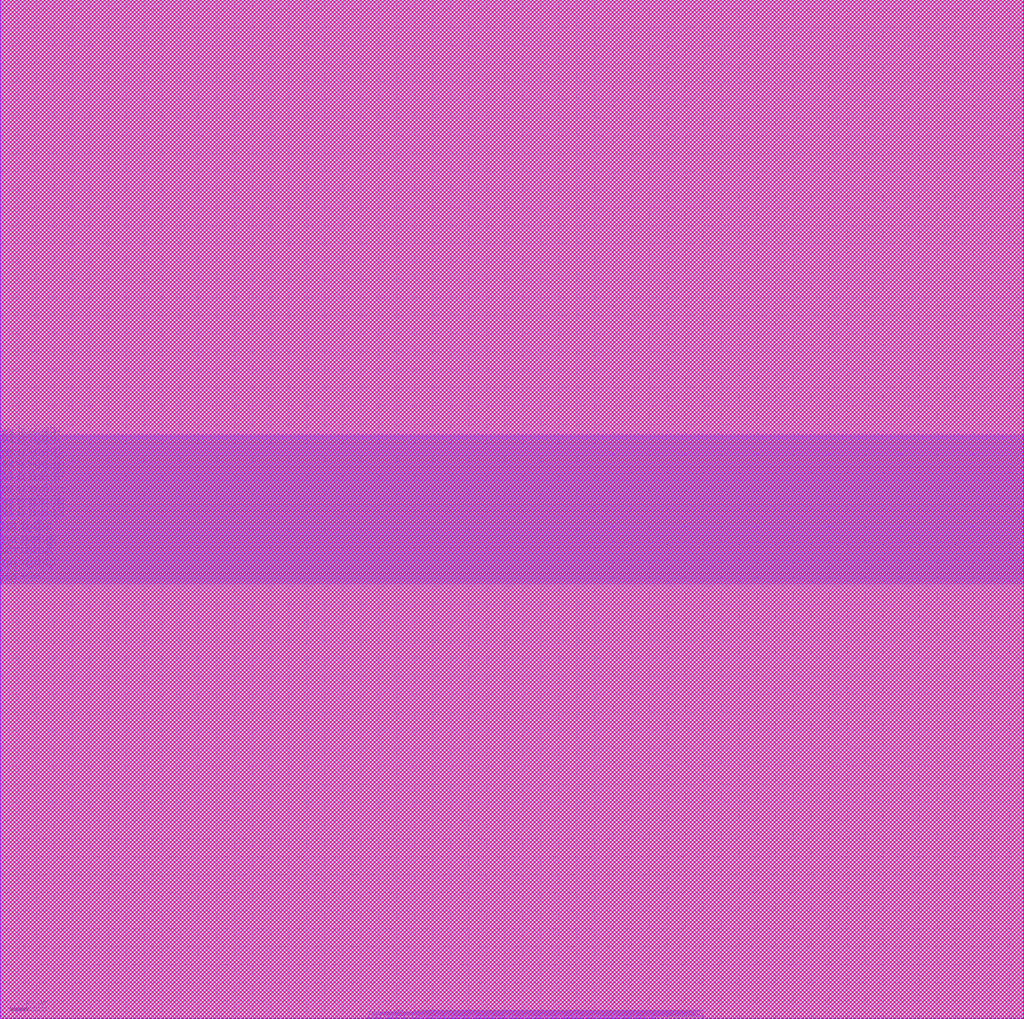
<source format=lef>
##
## LEF for PtnCells ;
## created by Innovus v19.17-s077_1 on Thu Mar 23 12:36:34 2023
##

VERSION 5.8 ;

BUSBITCHARS "[]" ;
DIVIDERCHAR "/" ;

MACRO dualcore
  CLASS BLOCK ;
  SIZE 568.000000 BY 565.400000 ;
  FOREIGN dualcore 0.000000 0.000000 ;
  ORIGIN 0 0 ;
  SYMMETRY X Y R90 ;
  PIN clk1
    DIRECTION INPUT ;
    USE SIGNAL ;
    PORT
      LAYER M3 ;
        RECT 0.000000 241.300000 0.600000 241.500000 ;
    END
  END clk1
  PIN rst1
    DIRECTION INPUT ;
    USE SIGNAL ;
    PORT
      LAYER M3 ;
        RECT 0.000000 244.500000 0.600000 244.700000 ;
    END
  END rst1
  PIN mem_in_core1[31]
    DIRECTION INPUT ;
    USE SIGNAL ;
    PORT
      LAYER M3 ;
        RECT 0.000000 273.300000 0.600000 273.500000 ;
    END
  END mem_in_core1[31]
  PIN mem_in_core1[30]
    DIRECTION INPUT ;
    USE SIGNAL ;
    PORT
      LAYER M3 ;
        RECT 0.000000 274.100000 0.600000 274.300000 ;
    END
  END mem_in_core1[30]
  PIN mem_in_core1[29]
    DIRECTION INPUT ;
    USE SIGNAL ;
    PORT
      LAYER M3 ;
        RECT 0.000000 274.900000 0.600000 275.100000 ;
    END
  END mem_in_core1[29]
  PIN mem_in_core1[28]
    DIRECTION INPUT ;
    USE SIGNAL ;
    PORT
      LAYER M3 ;
        RECT 0.000000 275.700000 0.600000 275.900000 ;
    END
  END mem_in_core1[28]
  PIN mem_in_core1[27]
    DIRECTION INPUT ;
    USE SIGNAL ;
    PORT
      LAYER M3 ;
        RECT 0.000000 276.500000 0.600000 276.700000 ;
    END
  END mem_in_core1[27]
  PIN mem_in_core1[26]
    DIRECTION INPUT ;
    USE SIGNAL ;
    PORT
      LAYER M3 ;
        RECT 0.000000 277.300000 0.600000 277.500000 ;
    END
  END mem_in_core1[26]
  PIN mem_in_core1[25]
    DIRECTION INPUT ;
    USE SIGNAL ;
    PORT
      LAYER M3 ;
        RECT 0.000000 278.100000 0.600000 278.300000 ;
    END
  END mem_in_core1[25]
  PIN mem_in_core1[24]
    DIRECTION INPUT ;
    USE SIGNAL ;
    PORT
      LAYER M3 ;
        RECT 0.000000 278.900000 0.600000 279.100000 ;
    END
  END mem_in_core1[24]
  PIN mem_in_core1[23]
    DIRECTION INPUT ;
    USE SIGNAL ;
    PORT
      LAYER M3 ;
        RECT 0.000000 279.700000 0.600000 279.900000 ;
    END
  END mem_in_core1[23]
  PIN mem_in_core1[22]
    DIRECTION INPUT ;
    USE SIGNAL ;
    PORT
      LAYER M3 ;
        RECT 0.000000 280.500000 0.600000 280.700000 ;
    END
  END mem_in_core1[22]
  PIN mem_in_core1[21]
    DIRECTION INPUT ;
    USE SIGNAL ;
    PORT
      LAYER M3 ;
        RECT 0.000000 281.300000 0.600000 281.500000 ;
    END
  END mem_in_core1[21]
  PIN mem_in_core1[20]
    DIRECTION INPUT ;
    USE SIGNAL ;
    PORT
      LAYER M3 ;
        RECT 0.000000 282.100000 0.600000 282.300000 ;
    END
  END mem_in_core1[20]
  PIN mem_in_core1[19]
    DIRECTION INPUT ;
    USE SIGNAL ;
    PORT
      LAYER M3 ;
        RECT 0.000000 282.900000 0.600000 283.100000 ;
    END
  END mem_in_core1[19]
  PIN mem_in_core1[18]
    DIRECTION INPUT ;
    USE SIGNAL ;
    PORT
      LAYER M3 ;
        RECT 0.000000 283.700000 0.600000 283.900000 ;
    END
  END mem_in_core1[18]
  PIN mem_in_core1[17]
    DIRECTION INPUT ;
    USE SIGNAL ;
    PORT
      LAYER M3 ;
        RECT 0.000000 284.500000 0.600000 284.700000 ;
    END
  END mem_in_core1[17]
  PIN mem_in_core1[16]
    DIRECTION INPUT ;
    USE SIGNAL ;
    PORT
      LAYER M3 ;
        RECT 0.000000 285.300000 0.600000 285.500000 ;
    END
  END mem_in_core1[16]
  PIN mem_in_core1[15]
    DIRECTION INPUT ;
    USE SIGNAL ;
    PORT
      LAYER M3 ;
        RECT 0.000000 286.100000 0.600000 286.300000 ;
    END
  END mem_in_core1[15]
  PIN mem_in_core1[14]
    DIRECTION INPUT ;
    USE SIGNAL ;
    PORT
      LAYER M3 ;
        RECT 0.000000 286.900000 0.600000 287.100000 ;
    END
  END mem_in_core1[14]
  PIN mem_in_core1[13]
    DIRECTION INPUT ;
    USE SIGNAL ;
    PORT
      LAYER M3 ;
        RECT 0.000000 287.700000 0.600000 287.900000 ;
    END
  END mem_in_core1[13]
  PIN mem_in_core1[12]
    DIRECTION INPUT ;
    USE SIGNAL ;
    PORT
      LAYER M3 ;
        RECT 0.000000 288.500000 0.600000 288.700000 ;
    END
  END mem_in_core1[12]
  PIN mem_in_core1[11]
    DIRECTION INPUT ;
    USE SIGNAL ;
    PORT
      LAYER M3 ;
        RECT 0.000000 289.300000 0.600000 289.500000 ;
    END
  END mem_in_core1[11]
  PIN mem_in_core1[10]
    DIRECTION INPUT ;
    USE SIGNAL ;
    PORT
      LAYER M3 ;
        RECT 0.000000 290.100000 0.600000 290.300000 ;
    END
  END mem_in_core1[10]
  PIN mem_in_core1[9]
    DIRECTION INPUT ;
    USE SIGNAL ;
    PORT
      LAYER M3 ;
        RECT 0.000000 290.900000 0.600000 291.100000 ;
    END
  END mem_in_core1[9]
  PIN mem_in_core1[8]
    DIRECTION INPUT ;
    USE SIGNAL ;
    PORT
      LAYER M3 ;
        RECT 0.000000 291.700000 0.600000 291.900000 ;
    END
  END mem_in_core1[8]
  PIN mem_in_core1[7]
    DIRECTION INPUT ;
    USE SIGNAL ;
    PORT
      LAYER M3 ;
        RECT 0.000000 292.500000 0.600000 292.700000 ;
    END
  END mem_in_core1[7]
  PIN mem_in_core1[6]
    DIRECTION INPUT ;
    USE SIGNAL ;
    PORT
      LAYER M3 ;
        RECT 0.000000 293.300000 0.600000 293.500000 ;
    END
  END mem_in_core1[6]
  PIN mem_in_core1[5]
    DIRECTION INPUT ;
    USE SIGNAL ;
    PORT
      LAYER M3 ;
        RECT 0.000000 294.100000 0.600000 294.300000 ;
    END
  END mem_in_core1[5]
  PIN mem_in_core1[4]
    DIRECTION INPUT ;
    USE SIGNAL ;
    PORT
      LAYER M3 ;
        RECT 0.000000 294.900000 0.600000 295.100000 ;
    END
  END mem_in_core1[4]
  PIN mem_in_core1[3]
    DIRECTION INPUT ;
    USE SIGNAL ;
    PORT
      LAYER M3 ;
        RECT 0.000000 295.700000 0.600000 295.900000 ;
    END
  END mem_in_core1[3]
  PIN mem_in_core1[2]
    DIRECTION INPUT ;
    USE SIGNAL ;
    PORT
      LAYER M3 ;
        RECT 0.000000 296.500000 0.600000 296.700000 ;
    END
  END mem_in_core1[2]
  PIN mem_in_core1[1]
    DIRECTION INPUT ;
    USE SIGNAL ;
    PORT
      LAYER M3 ;
        RECT 0.000000 297.300000 0.600000 297.500000 ;
    END
  END mem_in_core1[1]
  PIN mem_in_core1[0]
    DIRECTION INPUT ;
    USE SIGNAL ;
    PORT
      LAYER M3 ;
        RECT 0.000000 298.100000 0.600000 298.300000 ;
    END
  END mem_in_core1[0]
  PIN inst_core1[16]
    DIRECTION INPUT ;
    USE SIGNAL ;
    PORT
      LAYER M3 ;
        RECT 0.000000 246.100000 0.600000 246.300000 ;
    END
  END inst_core1[16]
  PIN inst_core1[15]
    DIRECTION INPUT ;
    USE SIGNAL ;
    PORT
      LAYER M3 ;
        RECT 0.000000 246.900000 0.600000 247.100000 ;
    END
  END inst_core1[15]
  PIN inst_core1[14]
    DIRECTION INPUT ;
    USE SIGNAL ;
    PORT
      LAYER M3 ;
        RECT 0.000000 247.700000 0.600000 247.900000 ;
    END
  END inst_core1[14]
  PIN inst_core1[13]
    DIRECTION INPUT ;
    USE SIGNAL ;
    PORT
      LAYER M3 ;
        RECT 0.000000 248.500000 0.600000 248.700000 ;
    END
  END inst_core1[13]
  PIN inst_core1[12]
    DIRECTION INPUT ;
    USE SIGNAL ;
    PORT
      LAYER M3 ;
        RECT 0.000000 249.300000 0.600000 249.500000 ;
    END
  END inst_core1[12]
  PIN inst_core1[11]
    DIRECTION INPUT ;
    USE SIGNAL ;
    PORT
      LAYER M3 ;
        RECT 0.000000 250.100000 0.600000 250.300000 ;
    END
  END inst_core1[11]
  PIN inst_core1[10]
    DIRECTION INPUT ;
    USE SIGNAL ;
    PORT
      LAYER M3 ;
        RECT 0.000000 250.900000 0.600000 251.100000 ;
    END
  END inst_core1[10]
  PIN inst_core1[9]
    DIRECTION INPUT ;
    USE SIGNAL ;
    PORT
      LAYER M3 ;
        RECT 0.000000 251.700000 0.600000 251.900000 ;
    END
  END inst_core1[9]
  PIN inst_core1[8]
    DIRECTION INPUT ;
    USE SIGNAL ;
    PORT
      LAYER M3 ;
        RECT 0.000000 252.500000 0.600000 252.700000 ;
    END
  END inst_core1[8]
  PIN inst_core1[7]
    DIRECTION INPUT ;
    USE SIGNAL ;
    PORT
      LAYER M3 ;
        RECT 0.000000 253.300000 0.600000 253.500000 ;
    END
  END inst_core1[7]
  PIN inst_core1[6]
    DIRECTION INPUT ;
    USE SIGNAL ;
    PORT
      LAYER M3 ;
        RECT 0.000000 254.100000 0.600000 254.300000 ;
    END
  END inst_core1[6]
  PIN inst_core1[5]
    DIRECTION INPUT ;
    USE SIGNAL ;
    PORT
      LAYER M3 ;
        RECT 0.000000 254.900000 0.600000 255.100000 ;
    END
  END inst_core1[5]
  PIN inst_core1[4]
    DIRECTION INPUT ;
    USE SIGNAL ;
    PORT
      LAYER M3 ;
        RECT 0.000000 255.700000 0.600000 255.900000 ;
    END
  END inst_core1[4]
  PIN inst_core1[3]
    DIRECTION INPUT ;
    USE SIGNAL ;
    PORT
      LAYER M3 ;
        RECT 0.000000 256.500000 0.600000 256.700000 ;
    END
  END inst_core1[3]
  PIN inst_core1[2]
    DIRECTION INPUT ;
    USE SIGNAL ;
    PORT
      LAYER M3 ;
        RECT 0.000000 257.300000 0.600000 257.500000 ;
    END
  END inst_core1[2]
  PIN inst_core1[1]
    DIRECTION INPUT ;
    USE SIGNAL ;
    PORT
      LAYER M3 ;
        RECT 0.000000 258.100000 0.600000 258.300000 ;
    END
  END inst_core1[1]
  PIN inst_core1[0]
    DIRECTION INPUT ;
    USE SIGNAL ;
    PORT
      LAYER M3 ;
        RECT 0.000000 258.900000 0.600000 259.100000 ;
    END
  END inst_core1[0]
  PIN out_core1[87]
    DIRECTION OUTPUT ;
    USE SIGNAL ;
    PORT
      LAYER M2 ;
        RECT 223.800000 0.000000 224.000000 0.600000 ;
    END
  END out_core1[87]
  PIN out_core1[86]
    DIRECTION OUTPUT ;
    USE SIGNAL ;
    PORT
      LAYER M2 ;
        RECT 224.600000 0.000000 224.800000 0.600000 ;
    END
  END out_core1[86]
  PIN out_core1[85]
    DIRECTION OUTPUT ;
    USE SIGNAL ;
    PORT
      LAYER M2 ;
        RECT 225.400000 0.000000 225.600000 0.600000 ;
    END
  END out_core1[85]
  PIN out_core1[84]
    DIRECTION OUTPUT ;
    USE SIGNAL ;
    PORT
      LAYER M2 ;
        RECT 226.200000 0.000000 226.400000 0.600000 ;
    END
  END out_core1[84]
  PIN out_core1[83]
    DIRECTION OUTPUT ;
    USE SIGNAL ;
    PORT
      LAYER M2 ;
        RECT 227.000000 0.000000 227.200000 0.600000 ;
    END
  END out_core1[83]
  PIN out_core1[82]
    DIRECTION OUTPUT ;
    USE SIGNAL ;
    PORT
      LAYER M2 ;
        RECT 227.800000 0.000000 228.000000 0.600000 ;
    END
  END out_core1[82]
  PIN out_core1[81]
    DIRECTION OUTPUT ;
    USE SIGNAL ;
    PORT
      LAYER M2 ;
        RECT 228.600000 0.000000 228.800000 0.600000 ;
    END
  END out_core1[81]
  PIN out_core1[80]
    DIRECTION OUTPUT ;
    USE SIGNAL ;
    PORT
      LAYER M2 ;
        RECT 229.400000 0.000000 229.600000 0.600000 ;
    END
  END out_core1[80]
  PIN out_core1[79]
    DIRECTION OUTPUT ;
    USE SIGNAL ;
    PORT
      LAYER M2 ;
        RECT 230.200000 0.000000 230.400000 0.600000 ;
    END
  END out_core1[79]
  PIN out_core1[78]
    DIRECTION OUTPUT ;
    USE SIGNAL ;
    PORT
      LAYER M2 ;
        RECT 231.000000 0.000000 231.200000 0.600000 ;
    END
  END out_core1[78]
  PIN out_core1[77]
    DIRECTION OUTPUT ;
    USE SIGNAL ;
    PORT
      LAYER M2 ;
        RECT 231.800000 0.000000 232.000000 0.600000 ;
    END
  END out_core1[77]
  PIN out_core1[76]
    DIRECTION OUTPUT ;
    USE SIGNAL ;
    PORT
      LAYER M2 ;
        RECT 232.600000 0.000000 232.800000 0.600000 ;
    END
  END out_core1[76]
  PIN out_core1[75]
    DIRECTION OUTPUT ;
    USE SIGNAL ;
    PORT
      LAYER M2 ;
        RECT 233.400000 0.000000 233.600000 0.600000 ;
    END
  END out_core1[75]
  PIN out_core1[74]
    DIRECTION OUTPUT ;
    USE SIGNAL ;
    PORT
      LAYER M2 ;
        RECT 234.200000 0.000000 234.400000 0.600000 ;
    END
  END out_core1[74]
  PIN out_core1[73]
    DIRECTION OUTPUT ;
    USE SIGNAL ;
    PORT
      LAYER M2 ;
        RECT 235.000000 0.000000 235.200000 0.600000 ;
    END
  END out_core1[73]
  PIN out_core1[72]
    DIRECTION OUTPUT ;
    USE SIGNAL ;
    PORT
      LAYER M2 ;
        RECT 235.800000 0.000000 236.000000 0.600000 ;
    END
  END out_core1[72]
  PIN out_core1[71]
    DIRECTION OUTPUT ;
    USE SIGNAL ;
    PORT
      LAYER M2 ;
        RECT 236.600000 0.000000 236.800000 0.600000 ;
    END
  END out_core1[71]
  PIN out_core1[70]
    DIRECTION OUTPUT ;
    USE SIGNAL ;
    PORT
      LAYER M2 ;
        RECT 237.400000 0.000000 237.600000 0.600000 ;
    END
  END out_core1[70]
  PIN out_core1[69]
    DIRECTION OUTPUT ;
    USE SIGNAL ;
    PORT
      LAYER M2 ;
        RECT 238.200000 0.000000 238.400000 0.600000 ;
    END
  END out_core1[69]
  PIN out_core1[68]
    DIRECTION OUTPUT ;
    USE SIGNAL ;
    PORT
      LAYER M2 ;
        RECT 239.000000 0.000000 239.200000 0.600000 ;
    END
  END out_core1[68]
  PIN out_core1[67]
    DIRECTION OUTPUT ;
    USE SIGNAL ;
    PORT
      LAYER M2 ;
        RECT 239.800000 0.000000 240.000000 0.600000 ;
    END
  END out_core1[67]
  PIN out_core1[66]
    DIRECTION OUTPUT ;
    USE SIGNAL ;
    PORT
      LAYER M2 ;
        RECT 240.600000 0.000000 240.800000 0.600000 ;
    END
  END out_core1[66]
  PIN out_core1[65]
    DIRECTION OUTPUT ;
    USE SIGNAL ;
    PORT
      LAYER M2 ;
        RECT 241.400000 0.000000 241.600000 0.600000 ;
    END
  END out_core1[65]
  PIN out_core1[64]
    DIRECTION OUTPUT ;
    USE SIGNAL ;
    PORT
      LAYER M2 ;
        RECT 242.200000 0.000000 242.400000 0.600000 ;
    END
  END out_core1[64]
  PIN out_core1[63]
    DIRECTION OUTPUT ;
    USE SIGNAL ;
    PORT
      LAYER M2 ;
        RECT 243.000000 0.000000 243.200000 0.600000 ;
    END
  END out_core1[63]
  PIN out_core1[62]
    DIRECTION OUTPUT ;
    USE SIGNAL ;
    PORT
      LAYER M2 ;
        RECT 243.800000 0.000000 244.000000 0.600000 ;
    END
  END out_core1[62]
  PIN out_core1[61]
    DIRECTION OUTPUT ;
    USE SIGNAL ;
    PORT
      LAYER M2 ;
        RECT 244.600000 0.000000 244.800000 0.600000 ;
    END
  END out_core1[61]
  PIN out_core1[60]
    DIRECTION OUTPUT ;
    USE SIGNAL ;
    PORT
      LAYER M2 ;
        RECT 245.400000 0.000000 245.600000 0.600000 ;
    END
  END out_core1[60]
  PIN out_core1[59]
    DIRECTION OUTPUT ;
    USE SIGNAL ;
    PORT
      LAYER M2 ;
        RECT 246.200000 0.000000 246.400000 0.600000 ;
    END
  END out_core1[59]
  PIN out_core1[58]
    DIRECTION OUTPUT ;
    USE SIGNAL ;
    PORT
      LAYER M2 ;
        RECT 247.000000 0.000000 247.200000 0.600000 ;
    END
  END out_core1[58]
  PIN out_core1[57]
    DIRECTION OUTPUT ;
    USE SIGNAL ;
    PORT
      LAYER M2 ;
        RECT 247.800000 0.000000 248.000000 0.600000 ;
    END
  END out_core1[57]
  PIN out_core1[56]
    DIRECTION OUTPUT ;
    USE SIGNAL ;
    PORT
      LAYER M2 ;
        RECT 248.600000 0.000000 248.800000 0.600000 ;
    END
  END out_core1[56]
  PIN out_core1[55]
    DIRECTION OUTPUT ;
    USE SIGNAL ;
    PORT
      LAYER M2 ;
        RECT 249.400000 0.000000 249.600000 0.600000 ;
    END
  END out_core1[55]
  PIN out_core1[54]
    DIRECTION OUTPUT ;
    USE SIGNAL ;
    PORT
      LAYER M2 ;
        RECT 250.200000 0.000000 250.400000 0.600000 ;
    END
  END out_core1[54]
  PIN out_core1[53]
    DIRECTION OUTPUT ;
    USE SIGNAL ;
    PORT
      LAYER M2 ;
        RECT 251.000000 0.000000 251.200000 0.600000 ;
    END
  END out_core1[53]
  PIN out_core1[52]
    DIRECTION OUTPUT ;
    USE SIGNAL ;
    PORT
      LAYER M2 ;
        RECT 251.800000 0.000000 252.000000 0.600000 ;
    END
  END out_core1[52]
  PIN out_core1[51]
    DIRECTION OUTPUT ;
    USE SIGNAL ;
    PORT
      LAYER M2 ;
        RECT 252.600000 0.000000 252.800000 0.600000 ;
    END
  END out_core1[51]
  PIN out_core1[50]
    DIRECTION OUTPUT ;
    USE SIGNAL ;
    PORT
      LAYER M2 ;
        RECT 253.400000 0.000000 253.600000 0.600000 ;
    END
  END out_core1[50]
  PIN out_core1[49]
    DIRECTION OUTPUT ;
    USE SIGNAL ;
    PORT
      LAYER M2 ;
        RECT 254.200000 0.000000 254.400000 0.600000 ;
    END
  END out_core1[49]
  PIN out_core1[48]
    DIRECTION OUTPUT ;
    USE SIGNAL ;
    PORT
      LAYER M2 ;
        RECT 255.000000 0.000000 255.200000 0.600000 ;
    END
  END out_core1[48]
  PIN out_core1[47]
    DIRECTION OUTPUT ;
    USE SIGNAL ;
    PORT
      LAYER M2 ;
        RECT 255.800000 0.000000 256.000000 0.600000 ;
    END
  END out_core1[47]
  PIN out_core1[46]
    DIRECTION OUTPUT ;
    USE SIGNAL ;
    PORT
      LAYER M2 ;
        RECT 256.600000 0.000000 256.800000 0.600000 ;
    END
  END out_core1[46]
  PIN out_core1[45]
    DIRECTION OUTPUT ;
    USE SIGNAL ;
    PORT
      LAYER M2 ;
        RECT 257.400000 0.000000 257.600000 0.600000 ;
    END
  END out_core1[45]
  PIN out_core1[44]
    DIRECTION OUTPUT ;
    USE SIGNAL ;
    PORT
      LAYER M2 ;
        RECT 258.200000 0.000000 258.400000 0.600000 ;
    END
  END out_core1[44]
  PIN out_core1[43]
    DIRECTION OUTPUT ;
    USE SIGNAL ;
    PORT
      LAYER M2 ;
        RECT 259.000000 0.000000 259.200000 0.600000 ;
    END
  END out_core1[43]
  PIN out_core1[42]
    DIRECTION OUTPUT ;
    USE SIGNAL ;
    PORT
      LAYER M2 ;
        RECT 259.800000 0.000000 260.000000 0.600000 ;
    END
  END out_core1[42]
  PIN out_core1[41]
    DIRECTION OUTPUT ;
    USE SIGNAL ;
    PORT
      LAYER M2 ;
        RECT 260.600000 0.000000 260.800000 0.600000 ;
    END
  END out_core1[41]
  PIN out_core1[40]
    DIRECTION OUTPUT ;
    USE SIGNAL ;
    PORT
      LAYER M2 ;
        RECT 261.400000 0.000000 261.600000 0.600000 ;
    END
  END out_core1[40]
  PIN out_core1[39]
    DIRECTION OUTPUT ;
    USE SIGNAL ;
    PORT
      LAYER M2 ;
        RECT 262.200000 0.000000 262.400000 0.600000 ;
    END
  END out_core1[39]
  PIN out_core1[38]
    DIRECTION OUTPUT ;
    USE SIGNAL ;
    PORT
      LAYER M2 ;
        RECT 263.000000 0.000000 263.200000 0.600000 ;
    END
  END out_core1[38]
  PIN out_core1[37]
    DIRECTION OUTPUT ;
    USE SIGNAL ;
    PORT
      LAYER M2 ;
        RECT 263.800000 0.000000 264.000000 0.600000 ;
    END
  END out_core1[37]
  PIN out_core1[36]
    DIRECTION OUTPUT ;
    USE SIGNAL ;
    PORT
      LAYER M2 ;
        RECT 264.600000 0.000000 264.800000 0.600000 ;
    END
  END out_core1[36]
  PIN out_core1[35]
    DIRECTION OUTPUT ;
    USE SIGNAL ;
    PORT
      LAYER M2 ;
        RECT 265.400000 0.000000 265.600000 0.600000 ;
    END
  END out_core1[35]
  PIN out_core1[34]
    DIRECTION OUTPUT ;
    USE SIGNAL ;
    PORT
      LAYER M2 ;
        RECT 266.200000 0.000000 266.400000 0.600000 ;
    END
  END out_core1[34]
  PIN out_core1[33]
    DIRECTION OUTPUT ;
    USE SIGNAL ;
    PORT
      LAYER M2 ;
        RECT 267.000000 0.000000 267.200000 0.600000 ;
    END
  END out_core1[33]
  PIN out_core1[32]
    DIRECTION OUTPUT ;
    USE SIGNAL ;
    PORT
      LAYER M2 ;
        RECT 267.800000 0.000000 268.000000 0.600000 ;
    END
  END out_core1[32]
  PIN out_core1[31]
    DIRECTION OUTPUT ;
    USE SIGNAL ;
    PORT
      LAYER M2 ;
        RECT 268.600000 0.000000 268.800000 0.600000 ;
    END
  END out_core1[31]
  PIN out_core1[30]
    DIRECTION OUTPUT ;
    USE SIGNAL ;
    PORT
      LAYER M2 ;
        RECT 269.400000 0.000000 269.600000 0.600000 ;
    END
  END out_core1[30]
  PIN out_core1[29]
    DIRECTION OUTPUT ;
    USE SIGNAL ;
    PORT
      LAYER M2 ;
        RECT 270.200000 0.000000 270.400000 0.600000 ;
    END
  END out_core1[29]
  PIN out_core1[28]
    DIRECTION OUTPUT ;
    USE SIGNAL ;
    PORT
      LAYER M2 ;
        RECT 271.000000 0.000000 271.200000 0.600000 ;
    END
  END out_core1[28]
  PIN out_core1[27]
    DIRECTION OUTPUT ;
    USE SIGNAL ;
    PORT
      LAYER M2 ;
        RECT 271.800000 0.000000 272.000000 0.600000 ;
    END
  END out_core1[27]
  PIN out_core1[26]
    DIRECTION OUTPUT ;
    USE SIGNAL ;
    PORT
      LAYER M2 ;
        RECT 272.600000 0.000000 272.800000 0.600000 ;
    END
  END out_core1[26]
  PIN out_core1[25]
    DIRECTION OUTPUT ;
    USE SIGNAL ;
    PORT
      LAYER M2 ;
        RECT 273.400000 0.000000 273.600000 0.600000 ;
    END
  END out_core1[25]
  PIN out_core1[24]
    DIRECTION OUTPUT ;
    USE SIGNAL ;
    PORT
      LAYER M2 ;
        RECT 274.200000 0.000000 274.400000 0.600000 ;
    END
  END out_core1[24]
  PIN out_core1[23]
    DIRECTION OUTPUT ;
    USE SIGNAL ;
    PORT
      LAYER M2 ;
        RECT 275.000000 0.000000 275.200000 0.600000 ;
    END
  END out_core1[23]
  PIN out_core1[22]
    DIRECTION OUTPUT ;
    USE SIGNAL ;
    PORT
      LAYER M2 ;
        RECT 275.800000 0.000000 276.000000 0.600000 ;
    END
  END out_core1[22]
  PIN out_core1[21]
    DIRECTION OUTPUT ;
    USE SIGNAL ;
    PORT
      LAYER M2 ;
        RECT 276.600000 0.000000 276.800000 0.600000 ;
    END
  END out_core1[21]
  PIN out_core1[20]
    DIRECTION OUTPUT ;
    USE SIGNAL ;
    PORT
      LAYER M2 ;
        RECT 277.400000 0.000000 277.600000 0.600000 ;
    END
  END out_core1[20]
  PIN out_core1[19]
    DIRECTION OUTPUT ;
    USE SIGNAL ;
    PORT
      LAYER M2 ;
        RECT 278.200000 0.000000 278.400000 0.600000 ;
    END
  END out_core1[19]
  PIN out_core1[18]
    DIRECTION OUTPUT ;
    USE SIGNAL ;
    PORT
      LAYER M2 ;
        RECT 279.000000 0.000000 279.200000 0.600000 ;
    END
  END out_core1[18]
  PIN out_core1[17]
    DIRECTION OUTPUT ;
    USE SIGNAL ;
    PORT
      LAYER M2 ;
        RECT 279.800000 0.000000 280.000000 0.600000 ;
    END
  END out_core1[17]
  PIN out_core1[16]
    DIRECTION OUTPUT ;
    USE SIGNAL ;
    PORT
      LAYER M2 ;
        RECT 280.600000 0.000000 280.800000 0.600000 ;
    END
  END out_core1[16]
  PIN out_core1[15]
    DIRECTION OUTPUT ;
    USE SIGNAL ;
    PORT
      LAYER M2 ;
        RECT 281.400000 0.000000 281.600000 0.600000 ;
    END
  END out_core1[15]
  PIN out_core1[14]
    DIRECTION OUTPUT ;
    USE SIGNAL ;
    PORT
      LAYER M2 ;
        RECT 282.200000 0.000000 282.400000 0.600000 ;
    END
  END out_core1[14]
  PIN out_core1[13]
    DIRECTION OUTPUT ;
    USE SIGNAL ;
    PORT
      LAYER M2 ;
        RECT 283.000000 0.000000 283.200000 0.600000 ;
    END
  END out_core1[13]
  PIN out_core1[12]
    DIRECTION OUTPUT ;
    USE SIGNAL ;
    PORT
      LAYER M2 ;
        RECT 283.800000 0.000000 284.000000 0.600000 ;
    END
  END out_core1[12]
  PIN out_core1[11]
    DIRECTION OUTPUT ;
    USE SIGNAL ;
    PORT
      LAYER M2 ;
        RECT 284.600000 0.000000 284.800000 0.600000 ;
    END
  END out_core1[11]
  PIN out_core1[10]
    DIRECTION OUTPUT ;
    USE SIGNAL ;
    PORT
      LAYER M2 ;
        RECT 285.400000 0.000000 285.600000 0.600000 ;
    END
  END out_core1[10]
  PIN out_core1[9]
    DIRECTION OUTPUT ;
    USE SIGNAL ;
    PORT
      LAYER M2 ;
        RECT 286.200000 0.000000 286.400000 0.600000 ;
    END
  END out_core1[9]
  PIN out_core1[8]
    DIRECTION OUTPUT ;
    USE SIGNAL ;
    PORT
      LAYER M2 ;
        RECT 287.000000 0.000000 287.200000 0.600000 ;
    END
  END out_core1[8]
  PIN out_core1[7]
    DIRECTION OUTPUT ;
    USE SIGNAL ;
    PORT
      LAYER M2 ;
        RECT 287.800000 0.000000 288.000000 0.600000 ;
    END
  END out_core1[7]
  PIN out_core1[6]
    DIRECTION OUTPUT ;
    USE SIGNAL ;
    PORT
      LAYER M2 ;
        RECT 288.600000 0.000000 288.800000 0.600000 ;
    END
  END out_core1[6]
  PIN out_core1[5]
    DIRECTION OUTPUT ;
    USE SIGNAL ;
    PORT
      LAYER M2 ;
        RECT 289.400000 0.000000 289.600000 0.600000 ;
    END
  END out_core1[5]
  PIN out_core1[4]
    DIRECTION OUTPUT ;
    USE SIGNAL ;
    PORT
      LAYER M2 ;
        RECT 290.200000 0.000000 290.400000 0.600000 ;
    END
  END out_core1[4]
  PIN out_core1[3]
    DIRECTION OUTPUT ;
    USE SIGNAL ;
    PORT
      LAYER M2 ;
        RECT 291.000000 0.000000 291.200000 0.600000 ;
    END
  END out_core1[3]
  PIN out_core1[2]
    DIRECTION OUTPUT ;
    USE SIGNAL ;
    PORT
      LAYER M2 ;
        RECT 291.800000 0.000000 292.000000 0.600000 ;
    END
  END out_core1[2]
  PIN out_core1[1]
    DIRECTION OUTPUT ;
    USE SIGNAL ;
    PORT
      LAYER M2 ;
        RECT 292.600000 0.000000 292.800000 0.600000 ;
    END
  END out_core1[1]
  PIN out_core1[0]
    DIRECTION OUTPUT ;
    USE SIGNAL ;
    PORT
      LAYER M2 ;
        RECT 293.400000 0.000000 293.600000 0.600000 ;
    END
  END out_core1[0]
  PIN clk2
    DIRECTION INPUT ;
    USE SIGNAL ;
    PORT
      LAYER M3 ;
        RECT 0.000000 242.100000 0.600000 242.300000 ;
    END
  END clk2
  PIN rst2
    DIRECTION INPUT ;
    USE SIGNAL ;
    PORT
      LAYER M3 ;
        RECT 0.000000 245.300000 0.600000 245.500000 ;
    END
  END rst2
  PIN mem_in_core2[31]
    DIRECTION INPUT ;
    USE SIGNAL ;
    PORT
      LAYER M3 ;
        RECT 0.000000 298.900000 0.600000 299.100000 ;
    END
  END mem_in_core2[31]
  PIN mem_in_core2[30]
    DIRECTION INPUT ;
    USE SIGNAL ;
    PORT
      LAYER M3 ;
        RECT 0.000000 299.700000 0.600000 299.900000 ;
    END
  END mem_in_core2[30]
  PIN mem_in_core2[29]
    DIRECTION INPUT ;
    USE SIGNAL ;
    PORT
      LAYER M3 ;
        RECT 0.000000 300.500000 0.600000 300.700000 ;
    END
  END mem_in_core2[29]
  PIN mem_in_core2[28]
    DIRECTION INPUT ;
    USE SIGNAL ;
    PORT
      LAYER M3 ;
        RECT 0.000000 301.300000 0.600000 301.500000 ;
    END
  END mem_in_core2[28]
  PIN mem_in_core2[27]
    DIRECTION INPUT ;
    USE SIGNAL ;
    PORT
      LAYER M3 ;
        RECT 0.000000 302.100000 0.600000 302.300000 ;
    END
  END mem_in_core2[27]
  PIN mem_in_core2[26]
    DIRECTION INPUT ;
    USE SIGNAL ;
    PORT
      LAYER M3 ;
        RECT 0.000000 302.900000 0.600000 303.100000 ;
    END
  END mem_in_core2[26]
  PIN mem_in_core2[25]
    DIRECTION INPUT ;
    USE SIGNAL ;
    PORT
      LAYER M3 ;
        RECT 0.000000 303.700000 0.600000 303.900000 ;
    END
  END mem_in_core2[25]
  PIN mem_in_core2[24]
    DIRECTION INPUT ;
    USE SIGNAL ;
    PORT
      LAYER M3 ;
        RECT 0.000000 304.500000 0.600000 304.700000 ;
    END
  END mem_in_core2[24]
  PIN mem_in_core2[23]
    DIRECTION INPUT ;
    USE SIGNAL ;
    PORT
      LAYER M3 ;
        RECT 0.000000 305.300000 0.600000 305.500000 ;
    END
  END mem_in_core2[23]
  PIN mem_in_core2[22]
    DIRECTION INPUT ;
    USE SIGNAL ;
    PORT
      LAYER M3 ;
        RECT 0.000000 306.100000 0.600000 306.300000 ;
    END
  END mem_in_core2[22]
  PIN mem_in_core2[21]
    DIRECTION INPUT ;
    USE SIGNAL ;
    PORT
      LAYER M3 ;
        RECT 0.000000 306.900000 0.600000 307.100000 ;
    END
  END mem_in_core2[21]
  PIN mem_in_core2[20]
    DIRECTION INPUT ;
    USE SIGNAL ;
    PORT
      LAYER M3 ;
        RECT 0.000000 307.700000 0.600000 307.900000 ;
    END
  END mem_in_core2[20]
  PIN mem_in_core2[19]
    DIRECTION INPUT ;
    USE SIGNAL ;
    PORT
      LAYER M3 ;
        RECT 0.000000 308.500000 0.600000 308.700000 ;
    END
  END mem_in_core2[19]
  PIN mem_in_core2[18]
    DIRECTION INPUT ;
    USE SIGNAL ;
    PORT
      LAYER M3 ;
        RECT 0.000000 309.300000 0.600000 309.500000 ;
    END
  END mem_in_core2[18]
  PIN mem_in_core2[17]
    DIRECTION INPUT ;
    USE SIGNAL ;
    PORT
      LAYER M3 ;
        RECT 0.000000 310.100000 0.600000 310.300000 ;
    END
  END mem_in_core2[17]
  PIN mem_in_core2[16]
    DIRECTION INPUT ;
    USE SIGNAL ;
    PORT
      LAYER M3 ;
        RECT 0.000000 310.900000 0.600000 311.100000 ;
    END
  END mem_in_core2[16]
  PIN mem_in_core2[15]
    DIRECTION INPUT ;
    USE SIGNAL ;
    PORT
      LAYER M3 ;
        RECT 0.000000 311.700000 0.600000 311.900000 ;
    END
  END mem_in_core2[15]
  PIN mem_in_core2[14]
    DIRECTION INPUT ;
    USE SIGNAL ;
    PORT
      LAYER M3 ;
        RECT 0.000000 312.500000 0.600000 312.700000 ;
    END
  END mem_in_core2[14]
  PIN mem_in_core2[13]
    DIRECTION INPUT ;
    USE SIGNAL ;
    PORT
      LAYER M3 ;
        RECT 0.000000 313.300000 0.600000 313.500000 ;
    END
  END mem_in_core2[13]
  PIN mem_in_core2[12]
    DIRECTION INPUT ;
    USE SIGNAL ;
    PORT
      LAYER M3 ;
        RECT 0.000000 314.100000 0.600000 314.300000 ;
    END
  END mem_in_core2[12]
  PIN mem_in_core2[11]
    DIRECTION INPUT ;
    USE SIGNAL ;
    PORT
      LAYER M3 ;
        RECT 0.000000 314.900000 0.600000 315.100000 ;
    END
  END mem_in_core2[11]
  PIN mem_in_core2[10]
    DIRECTION INPUT ;
    USE SIGNAL ;
    PORT
      LAYER M3 ;
        RECT 0.000000 315.700000 0.600000 315.900000 ;
    END
  END mem_in_core2[10]
  PIN mem_in_core2[9]
    DIRECTION INPUT ;
    USE SIGNAL ;
    PORT
      LAYER M3 ;
        RECT 0.000000 316.500000 0.600000 316.700000 ;
    END
  END mem_in_core2[9]
  PIN mem_in_core2[8]
    DIRECTION INPUT ;
    USE SIGNAL ;
    PORT
      LAYER M3 ;
        RECT 0.000000 317.300000 0.600000 317.500000 ;
    END
  END mem_in_core2[8]
  PIN mem_in_core2[7]
    DIRECTION INPUT ;
    USE SIGNAL ;
    PORT
      LAYER M3 ;
        RECT 0.000000 318.100000 0.600000 318.300000 ;
    END
  END mem_in_core2[7]
  PIN mem_in_core2[6]
    DIRECTION INPUT ;
    USE SIGNAL ;
    PORT
      LAYER M3 ;
        RECT 0.000000 318.900000 0.600000 319.100000 ;
    END
  END mem_in_core2[6]
  PIN mem_in_core2[5]
    DIRECTION INPUT ;
    USE SIGNAL ;
    PORT
      LAYER M3 ;
        RECT 0.000000 319.700000 0.600000 319.900000 ;
    END
  END mem_in_core2[5]
  PIN mem_in_core2[4]
    DIRECTION INPUT ;
    USE SIGNAL ;
    PORT
      LAYER M3 ;
        RECT 0.000000 320.500000 0.600000 320.700000 ;
    END
  END mem_in_core2[4]
  PIN mem_in_core2[3]
    DIRECTION INPUT ;
    USE SIGNAL ;
    PORT
      LAYER M3 ;
        RECT 0.000000 321.300000 0.600000 321.500000 ;
    END
  END mem_in_core2[3]
  PIN mem_in_core2[2]
    DIRECTION INPUT ;
    USE SIGNAL ;
    PORT
      LAYER M3 ;
        RECT 0.000000 322.100000 0.600000 322.300000 ;
    END
  END mem_in_core2[2]
  PIN mem_in_core2[1]
    DIRECTION INPUT ;
    USE SIGNAL ;
    PORT
      LAYER M3 ;
        RECT 0.000000 322.900000 0.600000 323.100000 ;
    END
  END mem_in_core2[1]
  PIN mem_in_core2[0]
    DIRECTION INPUT ;
    USE SIGNAL ;
    PORT
      LAYER M3 ;
        RECT 0.000000 323.700000 0.600000 323.900000 ;
    END
  END mem_in_core2[0]
  PIN inst_core2[16]
    DIRECTION INPUT ;
    USE SIGNAL ;
    PORT
      LAYER M3 ;
        RECT 0.000000 259.700000 0.600000 259.900000 ;
    END
  END inst_core2[16]
  PIN inst_core2[15]
    DIRECTION INPUT ;
    USE SIGNAL ;
    PORT
      LAYER M3 ;
        RECT 0.000000 260.500000 0.600000 260.700000 ;
    END
  END inst_core2[15]
  PIN inst_core2[14]
    DIRECTION INPUT ;
    USE SIGNAL ;
    PORT
      LAYER M3 ;
        RECT 0.000000 261.300000 0.600000 261.500000 ;
    END
  END inst_core2[14]
  PIN inst_core2[13]
    DIRECTION INPUT ;
    USE SIGNAL ;
    PORT
      LAYER M3 ;
        RECT 0.000000 262.100000 0.600000 262.300000 ;
    END
  END inst_core2[13]
  PIN inst_core2[12]
    DIRECTION INPUT ;
    USE SIGNAL ;
    PORT
      LAYER M3 ;
        RECT 0.000000 262.900000 0.600000 263.100000 ;
    END
  END inst_core2[12]
  PIN inst_core2[11]
    DIRECTION INPUT ;
    USE SIGNAL ;
    PORT
      LAYER M3 ;
        RECT 0.000000 263.700000 0.600000 263.900000 ;
    END
  END inst_core2[11]
  PIN inst_core2[10]
    DIRECTION INPUT ;
    USE SIGNAL ;
    PORT
      LAYER M3 ;
        RECT 0.000000 264.500000 0.600000 264.700000 ;
    END
  END inst_core2[10]
  PIN inst_core2[9]
    DIRECTION INPUT ;
    USE SIGNAL ;
    PORT
      LAYER M3 ;
        RECT 0.000000 265.300000 0.600000 265.500000 ;
    END
  END inst_core2[9]
  PIN inst_core2[8]
    DIRECTION INPUT ;
    USE SIGNAL ;
    PORT
      LAYER M3 ;
        RECT 0.000000 266.100000 0.600000 266.300000 ;
    END
  END inst_core2[8]
  PIN inst_core2[7]
    DIRECTION INPUT ;
    USE SIGNAL ;
    PORT
      LAYER M3 ;
        RECT 0.000000 266.900000 0.600000 267.100000 ;
    END
  END inst_core2[7]
  PIN inst_core2[6]
    DIRECTION INPUT ;
    USE SIGNAL ;
    PORT
      LAYER M3 ;
        RECT 0.000000 267.700000 0.600000 267.900000 ;
    END
  END inst_core2[6]
  PIN inst_core2[5]
    DIRECTION INPUT ;
    USE SIGNAL ;
    PORT
      LAYER M3 ;
        RECT 0.000000 268.500000 0.600000 268.700000 ;
    END
  END inst_core2[5]
  PIN inst_core2[4]
    DIRECTION INPUT ;
    USE SIGNAL ;
    PORT
      LAYER M3 ;
        RECT 0.000000 269.300000 0.600000 269.500000 ;
    END
  END inst_core2[4]
  PIN inst_core2[3]
    DIRECTION INPUT ;
    USE SIGNAL ;
    PORT
      LAYER M3 ;
        RECT 0.000000 270.100000 0.600000 270.300000 ;
    END
  END inst_core2[3]
  PIN inst_core2[2]
    DIRECTION INPUT ;
    USE SIGNAL ;
    PORT
      LAYER M3 ;
        RECT 0.000000 270.900000 0.600000 271.100000 ;
    END
  END inst_core2[2]
  PIN inst_core2[1]
    DIRECTION INPUT ;
    USE SIGNAL ;
    PORT
      LAYER M3 ;
        RECT 0.000000 271.700000 0.600000 271.900000 ;
    END
  END inst_core2[1]
  PIN inst_core2[0]
    DIRECTION INPUT ;
    USE SIGNAL ;
    PORT
      LAYER M3 ;
        RECT 0.000000 272.500000 0.600000 272.700000 ;
    END
  END inst_core2[0]
  PIN out_core2[87]
    DIRECTION OUTPUT ;
    USE SIGNAL ;
    PORT
      LAYER M2 ;
        RECT 294.200000 0.000000 294.400000 0.600000 ;
    END
  END out_core2[87]
  PIN out_core2[86]
    DIRECTION OUTPUT ;
    USE SIGNAL ;
    PORT
      LAYER M2 ;
        RECT 295.000000 0.000000 295.200000 0.600000 ;
    END
  END out_core2[86]
  PIN out_core2[85]
    DIRECTION OUTPUT ;
    USE SIGNAL ;
    PORT
      LAYER M2 ;
        RECT 295.800000 0.000000 296.000000 0.600000 ;
    END
  END out_core2[85]
  PIN out_core2[84]
    DIRECTION OUTPUT ;
    USE SIGNAL ;
    PORT
      LAYER M2 ;
        RECT 296.600000 0.000000 296.800000 0.600000 ;
    END
  END out_core2[84]
  PIN out_core2[83]
    DIRECTION OUTPUT ;
    USE SIGNAL ;
    PORT
      LAYER M2 ;
        RECT 297.400000 0.000000 297.600000 0.600000 ;
    END
  END out_core2[83]
  PIN out_core2[82]
    DIRECTION OUTPUT ;
    USE SIGNAL ;
    PORT
      LAYER M2 ;
        RECT 298.200000 0.000000 298.400000 0.600000 ;
    END
  END out_core2[82]
  PIN out_core2[81]
    DIRECTION OUTPUT ;
    USE SIGNAL ;
    PORT
      LAYER M2 ;
        RECT 299.000000 0.000000 299.200000 0.600000 ;
    END
  END out_core2[81]
  PIN out_core2[80]
    DIRECTION OUTPUT ;
    USE SIGNAL ;
    PORT
      LAYER M2 ;
        RECT 299.800000 0.000000 300.000000 0.600000 ;
    END
  END out_core2[80]
  PIN out_core2[79]
    DIRECTION OUTPUT ;
    USE SIGNAL ;
    PORT
      LAYER M2 ;
        RECT 300.600000 0.000000 300.800000 0.600000 ;
    END
  END out_core2[79]
  PIN out_core2[78]
    DIRECTION OUTPUT ;
    USE SIGNAL ;
    PORT
      LAYER M2 ;
        RECT 301.400000 0.000000 301.600000 0.600000 ;
    END
  END out_core2[78]
  PIN out_core2[77]
    DIRECTION OUTPUT ;
    USE SIGNAL ;
    PORT
      LAYER M2 ;
        RECT 302.200000 0.000000 302.400000 0.600000 ;
    END
  END out_core2[77]
  PIN out_core2[76]
    DIRECTION OUTPUT ;
    USE SIGNAL ;
    PORT
      LAYER M2 ;
        RECT 303.000000 0.000000 303.200000 0.600000 ;
    END
  END out_core2[76]
  PIN out_core2[75]
    DIRECTION OUTPUT ;
    USE SIGNAL ;
    PORT
      LAYER M2 ;
        RECT 303.800000 0.000000 304.000000 0.600000 ;
    END
  END out_core2[75]
  PIN out_core2[74]
    DIRECTION OUTPUT ;
    USE SIGNAL ;
    PORT
      LAYER M2 ;
        RECT 304.600000 0.000000 304.800000 0.600000 ;
    END
  END out_core2[74]
  PIN out_core2[73]
    DIRECTION OUTPUT ;
    USE SIGNAL ;
    PORT
      LAYER M2 ;
        RECT 305.400000 0.000000 305.600000 0.600000 ;
    END
  END out_core2[73]
  PIN out_core2[72]
    DIRECTION OUTPUT ;
    USE SIGNAL ;
    PORT
      LAYER M2 ;
        RECT 306.200000 0.000000 306.400000 0.600000 ;
    END
  END out_core2[72]
  PIN out_core2[71]
    DIRECTION OUTPUT ;
    USE SIGNAL ;
    PORT
      LAYER M2 ;
        RECT 307.000000 0.000000 307.200000 0.600000 ;
    END
  END out_core2[71]
  PIN out_core2[70]
    DIRECTION OUTPUT ;
    USE SIGNAL ;
    PORT
      LAYER M2 ;
        RECT 307.800000 0.000000 308.000000 0.600000 ;
    END
  END out_core2[70]
  PIN out_core2[69]
    DIRECTION OUTPUT ;
    USE SIGNAL ;
    PORT
      LAYER M2 ;
        RECT 308.600000 0.000000 308.800000 0.600000 ;
    END
  END out_core2[69]
  PIN out_core2[68]
    DIRECTION OUTPUT ;
    USE SIGNAL ;
    PORT
      LAYER M2 ;
        RECT 309.400000 0.000000 309.600000 0.600000 ;
    END
  END out_core2[68]
  PIN out_core2[67]
    DIRECTION OUTPUT ;
    USE SIGNAL ;
    PORT
      LAYER M2 ;
        RECT 310.200000 0.000000 310.400000 0.600000 ;
    END
  END out_core2[67]
  PIN out_core2[66]
    DIRECTION OUTPUT ;
    USE SIGNAL ;
    PORT
      LAYER M2 ;
        RECT 311.000000 0.000000 311.200000 0.600000 ;
    END
  END out_core2[66]
  PIN out_core2[65]
    DIRECTION OUTPUT ;
    USE SIGNAL ;
    PORT
      LAYER M2 ;
        RECT 311.800000 0.000000 312.000000 0.600000 ;
    END
  END out_core2[65]
  PIN out_core2[64]
    DIRECTION OUTPUT ;
    USE SIGNAL ;
    PORT
      LAYER M2 ;
        RECT 312.600000 0.000000 312.800000 0.600000 ;
    END
  END out_core2[64]
  PIN out_core2[63]
    DIRECTION OUTPUT ;
    USE SIGNAL ;
    PORT
      LAYER M2 ;
        RECT 313.400000 0.000000 313.600000 0.600000 ;
    END
  END out_core2[63]
  PIN out_core2[62]
    DIRECTION OUTPUT ;
    USE SIGNAL ;
    PORT
      LAYER M2 ;
        RECT 314.200000 0.000000 314.400000 0.600000 ;
    END
  END out_core2[62]
  PIN out_core2[61]
    DIRECTION OUTPUT ;
    USE SIGNAL ;
    PORT
      LAYER M2 ;
        RECT 315.000000 0.000000 315.200000 0.600000 ;
    END
  END out_core2[61]
  PIN out_core2[60]
    DIRECTION OUTPUT ;
    USE SIGNAL ;
    PORT
      LAYER M2 ;
        RECT 315.800000 0.000000 316.000000 0.600000 ;
    END
  END out_core2[60]
  PIN out_core2[59]
    DIRECTION OUTPUT ;
    USE SIGNAL ;
    PORT
      LAYER M2 ;
        RECT 316.600000 0.000000 316.800000 0.600000 ;
    END
  END out_core2[59]
  PIN out_core2[58]
    DIRECTION OUTPUT ;
    USE SIGNAL ;
    PORT
      LAYER M2 ;
        RECT 317.400000 0.000000 317.600000 0.600000 ;
    END
  END out_core2[58]
  PIN out_core2[57]
    DIRECTION OUTPUT ;
    USE SIGNAL ;
    PORT
      LAYER M2 ;
        RECT 318.200000 0.000000 318.400000 0.600000 ;
    END
  END out_core2[57]
  PIN out_core2[56]
    DIRECTION OUTPUT ;
    USE SIGNAL ;
    PORT
      LAYER M2 ;
        RECT 319.000000 0.000000 319.200000 0.600000 ;
    END
  END out_core2[56]
  PIN out_core2[55]
    DIRECTION OUTPUT ;
    USE SIGNAL ;
    PORT
      LAYER M2 ;
        RECT 319.800000 0.000000 320.000000 0.600000 ;
    END
  END out_core2[55]
  PIN out_core2[54]
    DIRECTION OUTPUT ;
    USE SIGNAL ;
    PORT
      LAYER M2 ;
        RECT 320.600000 0.000000 320.800000 0.600000 ;
    END
  END out_core2[54]
  PIN out_core2[53]
    DIRECTION OUTPUT ;
    USE SIGNAL ;
    PORT
      LAYER M2 ;
        RECT 321.400000 0.000000 321.600000 0.600000 ;
    END
  END out_core2[53]
  PIN out_core2[52]
    DIRECTION OUTPUT ;
    USE SIGNAL ;
    PORT
      LAYER M2 ;
        RECT 322.200000 0.000000 322.400000 0.600000 ;
    END
  END out_core2[52]
  PIN out_core2[51]
    DIRECTION OUTPUT ;
    USE SIGNAL ;
    PORT
      LAYER M2 ;
        RECT 323.000000 0.000000 323.200000 0.600000 ;
    END
  END out_core2[51]
  PIN out_core2[50]
    DIRECTION OUTPUT ;
    USE SIGNAL ;
    PORT
      LAYER M2 ;
        RECT 323.800000 0.000000 324.000000 0.600000 ;
    END
  END out_core2[50]
  PIN out_core2[49]
    DIRECTION OUTPUT ;
    USE SIGNAL ;
    PORT
      LAYER M2 ;
        RECT 324.600000 0.000000 324.800000 0.600000 ;
    END
  END out_core2[49]
  PIN out_core2[48]
    DIRECTION OUTPUT ;
    USE SIGNAL ;
    PORT
      LAYER M2 ;
        RECT 325.400000 0.000000 325.600000 0.600000 ;
    END
  END out_core2[48]
  PIN out_core2[47]
    DIRECTION OUTPUT ;
    USE SIGNAL ;
    PORT
      LAYER M2 ;
        RECT 326.200000 0.000000 326.400000 0.600000 ;
    END
  END out_core2[47]
  PIN out_core2[46]
    DIRECTION OUTPUT ;
    USE SIGNAL ;
    PORT
      LAYER M2 ;
        RECT 327.000000 0.000000 327.200000 0.600000 ;
    END
  END out_core2[46]
  PIN out_core2[45]
    DIRECTION OUTPUT ;
    USE SIGNAL ;
    PORT
      LAYER M2 ;
        RECT 327.800000 0.000000 328.000000 0.600000 ;
    END
  END out_core2[45]
  PIN out_core2[44]
    DIRECTION OUTPUT ;
    USE SIGNAL ;
    PORT
      LAYER M2 ;
        RECT 328.600000 0.000000 328.800000 0.600000 ;
    END
  END out_core2[44]
  PIN out_core2[43]
    DIRECTION OUTPUT ;
    USE SIGNAL ;
    PORT
      LAYER M2 ;
        RECT 329.400000 0.000000 329.600000 0.600000 ;
    END
  END out_core2[43]
  PIN out_core2[42]
    DIRECTION OUTPUT ;
    USE SIGNAL ;
    PORT
      LAYER M2 ;
        RECT 330.200000 0.000000 330.400000 0.600000 ;
    END
  END out_core2[42]
  PIN out_core2[41]
    DIRECTION OUTPUT ;
    USE SIGNAL ;
    PORT
      LAYER M2 ;
        RECT 331.000000 0.000000 331.200000 0.600000 ;
    END
  END out_core2[41]
  PIN out_core2[40]
    DIRECTION OUTPUT ;
    USE SIGNAL ;
    PORT
      LAYER M2 ;
        RECT 331.800000 0.000000 332.000000 0.600000 ;
    END
  END out_core2[40]
  PIN out_core2[39]
    DIRECTION OUTPUT ;
    USE SIGNAL ;
    PORT
      LAYER M2 ;
        RECT 332.600000 0.000000 332.800000 0.600000 ;
    END
  END out_core2[39]
  PIN out_core2[38]
    DIRECTION OUTPUT ;
    USE SIGNAL ;
    PORT
      LAYER M2 ;
        RECT 333.400000 0.000000 333.600000 0.600000 ;
    END
  END out_core2[38]
  PIN out_core2[37]
    DIRECTION OUTPUT ;
    USE SIGNAL ;
    PORT
      LAYER M2 ;
        RECT 334.200000 0.000000 334.400000 0.600000 ;
    END
  END out_core2[37]
  PIN out_core2[36]
    DIRECTION OUTPUT ;
    USE SIGNAL ;
    PORT
      LAYER M2 ;
        RECT 335.000000 0.000000 335.200000 0.600000 ;
    END
  END out_core2[36]
  PIN out_core2[35]
    DIRECTION OUTPUT ;
    USE SIGNAL ;
    PORT
      LAYER M2 ;
        RECT 335.800000 0.000000 336.000000 0.600000 ;
    END
  END out_core2[35]
  PIN out_core2[34]
    DIRECTION OUTPUT ;
    USE SIGNAL ;
    PORT
      LAYER M2 ;
        RECT 336.600000 0.000000 336.800000 0.600000 ;
    END
  END out_core2[34]
  PIN out_core2[33]
    DIRECTION OUTPUT ;
    USE SIGNAL ;
    PORT
      LAYER M2 ;
        RECT 337.400000 0.000000 337.600000 0.600000 ;
    END
  END out_core2[33]
  PIN out_core2[32]
    DIRECTION OUTPUT ;
    USE SIGNAL ;
    PORT
      LAYER M2 ;
        RECT 338.200000 0.000000 338.400000 0.600000 ;
    END
  END out_core2[32]
  PIN out_core2[31]
    DIRECTION OUTPUT ;
    USE SIGNAL ;
    PORT
      LAYER M2 ;
        RECT 339.000000 0.000000 339.200000 0.600000 ;
    END
  END out_core2[31]
  PIN out_core2[30]
    DIRECTION OUTPUT ;
    USE SIGNAL ;
    PORT
      LAYER M2 ;
        RECT 339.800000 0.000000 340.000000 0.600000 ;
    END
  END out_core2[30]
  PIN out_core2[29]
    DIRECTION OUTPUT ;
    USE SIGNAL ;
    PORT
      LAYER M2 ;
        RECT 340.600000 0.000000 340.800000 0.600000 ;
    END
  END out_core2[29]
  PIN out_core2[28]
    DIRECTION OUTPUT ;
    USE SIGNAL ;
    PORT
      LAYER M2 ;
        RECT 341.400000 0.000000 341.600000 0.600000 ;
    END
  END out_core2[28]
  PIN out_core2[27]
    DIRECTION OUTPUT ;
    USE SIGNAL ;
    PORT
      LAYER M2 ;
        RECT 342.200000 0.000000 342.400000 0.600000 ;
    END
  END out_core2[27]
  PIN out_core2[26]
    DIRECTION OUTPUT ;
    USE SIGNAL ;
    PORT
      LAYER M2 ;
        RECT 343.000000 0.000000 343.200000 0.600000 ;
    END
  END out_core2[26]
  PIN out_core2[25]
    DIRECTION OUTPUT ;
    USE SIGNAL ;
    PORT
      LAYER M2 ;
        RECT 343.800000 0.000000 344.000000 0.600000 ;
    END
  END out_core2[25]
  PIN out_core2[24]
    DIRECTION OUTPUT ;
    USE SIGNAL ;
    PORT
      LAYER M2 ;
        RECT 344.600000 0.000000 344.800000 0.600000 ;
    END
  END out_core2[24]
  PIN out_core2[23]
    DIRECTION OUTPUT ;
    USE SIGNAL ;
    PORT
      LAYER M2 ;
        RECT 345.400000 0.000000 345.600000 0.600000 ;
    END
  END out_core2[23]
  PIN out_core2[22]
    DIRECTION OUTPUT ;
    USE SIGNAL ;
    PORT
      LAYER M2 ;
        RECT 346.200000 0.000000 346.400000 0.600000 ;
    END
  END out_core2[22]
  PIN out_core2[21]
    DIRECTION OUTPUT ;
    USE SIGNAL ;
    PORT
      LAYER M2 ;
        RECT 347.000000 0.000000 347.200000 0.600000 ;
    END
  END out_core2[21]
  PIN out_core2[20]
    DIRECTION OUTPUT ;
    USE SIGNAL ;
    PORT
      LAYER M2 ;
        RECT 347.800000 0.000000 348.000000 0.600000 ;
    END
  END out_core2[20]
  PIN out_core2[19]
    DIRECTION OUTPUT ;
    USE SIGNAL ;
    PORT
      LAYER M2 ;
        RECT 348.600000 0.000000 348.800000 0.600000 ;
    END
  END out_core2[19]
  PIN out_core2[18]
    DIRECTION OUTPUT ;
    USE SIGNAL ;
    PORT
      LAYER M2 ;
        RECT 349.400000 0.000000 349.600000 0.600000 ;
    END
  END out_core2[18]
  PIN out_core2[17]
    DIRECTION OUTPUT ;
    USE SIGNAL ;
    PORT
      LAYER M2 ;
        RECT 350.200000 0.000000 350.400000 0.600000 ;
    END
  END out_core2[17]
  PIN out_core2[16]
    DIRECTION OUTPUT ;
    USE SIGNAL ;
    PORT
      LAYER M2 ;
        RECT 351.000000 0.000000 351.200000 0.600000 ;
    END
  END out_core2[16]
  PIN out_core2[15]
    DIRECTION OUTPUT ;
    USE SIGNAL ;
    PORT
      LAYER M2 ;
        RECT 351.800000 0.000000 352.000000 0.600000 ;
    END
  END out_core2[15]
  PIN out_core2[14]
    DIRECTION OUTPUT ;
    USE SIGNAL ;
    PORT
      LAYER M2 ;
        RECT 352.600000 0.000000 352.800000 0.600000 ;
    END
  END out_core2[14]
  PIN out_core2[13]
    DIRECTION OUTPUT ;
    USE SIGNAL ;
    PORT
      LAYER M2 ;
        RECT 353.400000 0.000000 353.600000 0.600000 ;
    END
  END out_core2[13]
  PIN out_core2[12]
    DIRECTION OUTPUT ;
    USE SIGNAL ;
    PORT
      LAYER M2 ;
        RECT 354.200000 0.000000 354.400000 0.600000 ;
    END
  END out_core2[12]
  PIN out_core2[11]
    DIRECTION OUTPUT ;
    USE SIGNAL ;
    PORT
      LAYER M2 ;
        RECT 355.000000 0.000000 355.200000 0.600000 ;
    END
  END out_core2[11]
  PIN out_core2[10]
    DIRECTION OUTPUT ;
    USE SIGNAL ;
    PORT
      LAYER M2 ;
        RECT 355.800000 0.000000 356.000000 0.600000 ;
    END
  END out_core2[10]
  PIN out_core2[9]
    DIRECTION OUTPUT ;
    USE SIGNAL ;
    PORT
      LAYER M2 ;
        RECT 356.600000 0.000000 356.800000 0.600000 ;
    END
  END out_core2[9]
  PIN out_core2[8]
    DIRECTION OUTPUT ;
    USE SIGNAL ;
    PORT
      LAYER M2 ;
        RECT 357.400000 0.000000 357.600000 0.600000 ;
    END
  END out_core2[8]
  PIN out_core2[7]
    DIRECTION OUTPUT ;
    USE SIGNAL ;
    PORT
      LAYER M2 ;
        RECT 358.200000 0.000000 358.400000 0.600000 ;
    END
  END out_core2[7]
  PIN out_core2[6]
    DIRECTION OUTPUT ;
    USE SIGNAL ;
    PORT
      LAYER M2 ;
        RECT 359.000000 0.000000 359.200000 0.600000 ;
    END
  END out_core2[6]
  PIN out_core2[5]
    DIRECTION OUTPUT ;
    USE SIGNAL ;
    PORT
      LAYER M2 ;
        RECT 359.800000 0.000000 360.000000 0.600000 ;
    END
  END out_core2[5]
  PIN out_core2[4]
    DIRECTION OUTPUT ;
    USE SIGNAL ;
    PORT
      LAYER M2 ;
        RECT 360.600000 0.000000 360.800000 0.600000 ;
    END
  END out_core2[4]
  PIN out_core2[3]
    DIRECTION OUTPUT ;
    USE SIGNAL ;
    PORT
      LAYER M2 ;
        RECT 361.400000 0.000000 361.600000 0.600000 ;
    END
  END out_core2[3]
  PIN out_core2[2]
    DIRECTION OUTPUT ;
    USE SIGNAL ;
    PORT
      LAYER M2 ;
        RECT 362.200000 0.000000 362.400000 0.600000 ;
    END
  END out_core2[2]
  PIN out_core2[1]
    DIRECTION OUTPUT ;
    USE SIGNAL ;
    PORT
      LAYER M2 ;
        RECT 363.000000 0.000000 363.200000 0.600000 ;
    END
  END out_core2[1]
  PIN out_core2[0]
    DIRECTION OUTPUT ;
    USE SIGNAL ;
    PORT
      LAYER M2 ;
        RECT 363.800000 0.000000 364.000000 0.600000 ;
    END
  END out_core2[0]
  PIN core_gate1
    DIRECTION INPUT ;
    USE SIGNAL ;
    PORT
      LAYER M3 ;
        RECT 0.000000 242.900000 0.600000 243.100000 ;
    END
  END core_gate1
  PIN core_gate2
    DIRECTION INPUT ;
    USE SIGNAL ;
    PORT
      LAYER M3 ;
        RECT 0.000000 243.700000 0.600000 243.900000 ;
    END
  END core_gate2
  PIN s_valid1
    DIRECTION INPUT ;
    USE SIGNAL ;
    PORT
      LAYER M2 ;
        RECT 203.800000 0.000000 204.000000 0.600000 ;
    END
  END s_valid1
  PIN s_valid2
    DIRECTION INPUT ;
    USE SIGNAL ;
    PORT
      LAYER M2 ;
        RECT 204.600000 0.000000 204.800000 0.600000 ;
    END
  END s_valid2
  PIN psum_norm_1[10]
    DIRECTION OUTPUT ;
    USE SIGNAL ;
    PORT
      LAYER M2 ;
        RECT 206.200000 0.000000 206.400000 0.600000 ;
    END
  END psum_norm_1[10]
  PIN psum_norm_1[9]
    DIRECTION OUTPUT ;
    USE SIGNAL ;
    PORT
      LAYER M2 ;
        RECT 207.000000 0.000000 207.200000 0.600000 ;
    END
  END psum_norm_1[9]
  PIN psum_norm_1[8]
    DIRECTION OUTPUT ;
    USE SIGNAL ;
    PORT
      LAYER M2 ;
        RECT 207.800000 0.000000 208.000000 0.600000 ;
    END
  END psum_norm_1[8]
  PIN psum_norm_1[7]
    DIRECTION OUTPUT ;
    USE SIGNAL ;
    PORT
      LAYER M2 ;
        RECT 208.600000 0.000000 208.800000 0.600000 ;
    END
  END psum_norm_1[7]
  PIN psum_norm_1[6]
    DIRECTION OUTPUT ;
    USE SIGNAL ;
    PORT
      LAYER M2 ;
        RECT 209.400000 0.000000 209.600000 0.600000 ;
    END
  END psum_norm_1[6]
  PIN psum_norm_1[5]
    DIRECTION OUTPUT ;
    USE SIGNAL ;
    PORT
      LAYER M2 ;
        RECT 210.200000 0.000000 210.400000 0.600000 ;
    END
  END psum_norm_1[5]
  PIN psum_norm_1[4]
    DIRECTION OUTPUT ;
    USE SIGNAL ;
    PORT
      LAYER M2 ;
        RECT 211.000000 0.000000 211.200000 0.600000 ;
    END
  END psum_norm_1[4]
  PIN psum_norm_1[3]
    DIRECTION OUTPUT ;
    USE SIGNAL ;
    PORT
      LAYER M2 ;
        RECT 211.800000 0.000000 212.000000 0.600000 ;
    END
  END psum_norm_1[3]
  PIN psum_norm_1[2]
    DIRECTION OUTPUT ;
    USE SIGNAL ;
    PORT
      LAYER M2 ;
        RECT 212.600000 0.000000 212.800000 0.600000 ;
    END
  END psum_norm_1[2]
  PIN psum_norm_1[1]
    DIRECTION OUTPUT ;
    USE SIGNAL ;
    PORT
      LAYER M2 ;
        RECT 213.400000 0.000000 213.600000 0.600000 ;
    END
  END psum_norm_1[1]
  PIN psum_norm_1[0]
    DIRECTION OUTPUT ;
    USE SIGNAL ;
    PORT
      LAYER M2 ;
        RECT 214.200000 0.000000 214.400000 0.600000 ;
    END
  END psum_norm_1[0]
  PIN psum_norm_2[10]
    DIRECTION OUTPUT ;
    USE SIGNAL ;
    PORT
      LAYER M2 ;
        RECT 215.000000 0.000000 215.200000 0.600000 ;
    END
  END psum_norm_2[10]
  PIN psum_norm_2[9]
    DIRECTION OUTPUT ;
    USE SIGNAL ;
    PORT
      LAYER M2 ;
        RECT 215.800000 0.000000 216.000000 0.600000 ;
    END
  END psum_norm_2[9]
  PIN psum_norm_2[8]
    DIRECTION OUTPUT ;
    USE SIGNAL ;
    PORT
      LAYER M2 ;
        RECT 216.600000 0.000000 216.800000 0.600000 ;
    END
  END psum_norm_2[8]
  PIN psum_norm_2[7]
    DIRECTION OUTPUT ;
    USE SIGNAL ;
    PORT
      LAYER M2 ;
        RECT 217.400000 0.000000 217.600000 0.600000 ;
    END
  END psum_norm_2[7]
  PIN psum_norm_2[6]
    DIRECTION OUTPUT ;
    USE SIGNAL ;
    PORT
      LAYER M2 ;
        RECT 218.200000 0.000000 218.400000 0.600000 ;
    END
  END psum_norm_2[6]
  PIN psum_norm_2[5]
    DIRECTION OUTPUT ;
    USE SIGNAL ;
    PORT
      LAYER M2 ;
        RECT 219.000000 0.000000 219.200000 0.600000 ;
    END
  END psum_norm_2[5]
  PIN psum_norm_2[4]
    DIRECTION OUTPUT ;
    USE SIGNAL ;
    PORT
      LAYER M2 ;
        RECT 219.800000 0.000000 220.000000 0.600000 ;
    END
  END psum_norm_2[4]
  PIN psum_norm_2[3]
    DIRECTION OUTPUT ;
    USE SIGNAL ;
    PORT
      LAYER M2 ;
        RECT 220.600000 0.000000 220.800000 0.600000 ;
    END
  END psum_norm_2[3]
  PIN psum_norm_2[2]
    DIRECTION OUTPUT ;
    USE SIGNAL ;
    PORT
      LAYER M2 ;
        RECT 221.400000 0.000000 221.600000 0.600000 ;
    END
  END psum_norm_2[2]
  PIN psum_norm_2[1]
    DIRECTION OUTPUT ;
    USE SIGNAL ;
    PORT
      LAYER M2 ;
        RECT 222.200000 0.000000 222.400000 0.600000 ;
    END
  END psum_norm_2[1]
  PIN psum_norm_2[0]
    DIRECTION OUTPUT ;
    USE SIGNAL ;
    PORT
      LAYER M2 ;
        RECT 223.000000 0.000000 223.200000 0.600000 ;
    END
  END psum_norm_2[0]
  PIN norm_valid
    DIRECTION OUTPUT ;
    USE SIGNAL ;
    PORT
      LAYER M2 ;
        RECT 205.400000 0.000000 205.600000 0.600000 ;
    END
  END norm_valid
  OBS
    LAYER M1 ;
      RECT 0.000000 0.000000 568.000000 565.400000 ;
    LAYER M2 ;
      RECT 0.000000 0.700000 568.000000 565.400000 ;
      RECT 364.100000 0.000000 568.000000 0.700000 ;
      RECT 363.300000 0.000000 363.700000 0.700000 ;
      RECT 362.500000 0.000000 362.900000 0.700000 ;
      RECT 361.700000 0.000000 362.100000 0.700000 ;
      RECT 360.900000 0.000000 361.300000 0.700000 ;
      RECT 360.100000 0.000000 360.500000 0.700000 ;
      RECT 359.300000 0.000000 359.700000 0.700000 ;
      RECT 358.500000 0.000000 358.900000 0.700000 ;
      RECT 357.700000 0.000000 358.100000 0.700000 ;
      RECT 356.900000 0.000000 357.300000 0.700000 ;
      RECT 356.100000 0.000000 356.500000 0.700000 ;
      RECT 355.300000 0.000000 355.700000 0.700000 ;
      RECT 354.500000 0.000000 354.900000 0.700000 ;
      RECT 353.700000 0.000000 354.100000 0.700000 ;
      RECT 352.900000 0.000000 353.300000 0.700000 ;
      RECT 352.100000 0.000000 352.500000 0.700000 ;
      RECT 351.300000 0.000000 351.700000 0.700000 ;
      RECT 350.500000 0.000000 350.900000 0.700000 ;
      RECT 349.700000 0.000000 350.100000 0.700000 ;
      RECT 348.900000 0.000000 349.300000 0.700000 ;
      RECT 348.100000 0.000000 348.500000 0.700000 ;
      RECT 347.300000 0.000000 347.700000 0.700000 ;
      RECT 346.500000 0.000000 346.900000 0.700000 ;
      RECT 345.700000 0.000000 346.100000 0.700000 ;
      RECT 344.900000 0.000000 345.300000 0.700000 ;
      RECT 344.100000 0.000000 344.500000 0.700000 ;
      RECT 343.300000 0.000000 343.700000 0.700000 ;
      RECT 342.500000 0.000000 342.900000 0.700000 ;
      RECT 341.700000 0.000000 342.100000 0.700000 ;
      RECT 340.900000 0.000000 341.300000 0.700000 ;
      RECT 340.100000 0.000000 340.500000 0.700000 ;
      RECT 339.300000 0.000000 339.700000 0.700000 ;
      RECT 338.500000 0.000000 338.900000 0.700000 ;
      RECT 337.700000 0.000000 338.100000 0.700000 ;
      RECT 336.900000 0.000000 337.300000 0.700000 ;
      RECT 336.100000 0.000000 336.500000 0.700000 ;
      RECT 335.300000 0.000000 335.700000 0.700000 ;
      RECT 334.500000 0.000000 334.900000 0.700000 ;
      RECT 333.700000 0.000000 334.100000 0.700000 ;
      RECT 332.900000 0.000000 333.300000 0.700000 ;
      RECT 332.100000 0.000000 332.500000 0.700000 ;
      RECT 331.300000 0.000000 331.700000 0.700000 ;
      RECT 330.500000 0.000000 330.900000 0.700000 ;
      RECT 329.700000 0.000000 330.100000 0.700000 ;
      RECT 328.900000 0.000000 329.300000 0.700000 ;
      RECT 328.100000 0.000000 328.500000 0.700000 ;
      RECT 327.300000 0.000000 327.700000 0.700000 ;
      RECT 326.500000 0.000000 326.900000 0.700000 ;
      RECT 325.700000 0.000000 326.100000 0.700000 ;
      RECT 324.900000 0.000000 325.300000 0.700000 ;
      RECT 324.100000 0.000000 324.500000 0.700000 ;
      RECT 323.300000 0.000000 323.700000 0.700000 ;
      RECT 322.500000 0.000000 322.900000 0.700000 ;
      RECT 321.700000 0.000000 322.100000 0.700000 ;
      RECT 320.900000 0.000000 321.300000 0.700000 ;
      RECT 320.100000 0.000000 320.500000 0.700000 ;
      RECT 319.300000 0.000000 319.700000 0.700000 ;
      RECT 318.500000 0.000000 318.900000 0.700000 ;
      RECT 317.700000 0.000000 318.100000 0.700000 ;
      RECT 316.900000 0.000000 317.300000 0.700000 ;
      RECT 316.100000 0.000000 316.500000 0.700000 ;
      RECT 315.300000 0.000000 315.700000 0.700000 ;
      RECT 314.500000 0.000000 314.900000 0.700000 ;
      RECT 313.700000 0.000000 314.100000 0.700000 ;
      RECT 312.900000 0.000000 313.300000 0.700000 ;
      RECT 312.100000 0.000000 312.500000 0.700000 ;
      RECT 311.300000 0.000000 311.700000 0.700000 ;
      RECT 310.500000 0.000000 310.900000 0.700000 ;
      RECT 309.700000 0.000000 310.100000 0.700000 ;
      RECT 308.900000 0.000000 309.300000 0.700000 ;
      RECT 308.100000 0.000000 308.500000 0.700000 ;
      RECT 307.300000 0.000000 307.700000 0.700000 ;
      RECT 306.500000 0.000000 306.900000 0.700000 ;
      RECT 305.700000 0.000000 306.100000 0.700000 ;
      RECT 304.900000 0.000000 305.300000 0.700000 ;
      RECT 304.100000 0.000000 304.500000 0.700000 ;
      RECT 303.300000 0.000000 303.700000 0.700000 ;
      RECT 302.500000 0.000000 302.900000 0.700000 ;
      RECT 301.700000 0.000000 302.100000 0.700000 ;
      RECT 300.900000 0.000000 301.300000 0.700000 ;
      RECT 300.100000 0.000000 300.500000 0.700000 ;
      RECT 299.300000 0.000000 299.700000 0.700000 ;
      RECT 298.500000 0.000000 298.900000 0.700000 ;
      RECT 297.700000 0.000000 298.100000 0.700000 ;
      RECT 296.900000 0.000000 297.300000 0.700000 ;
      RECT 296.100000 0.000000 296.500000 0.700000 ;
      RECT 295.300000 0.000000 295.700000 0.700000 ;
      RECT 294.500000 0.000000 294.900000 0.700000 ;
      RECT 293.700000 0.000000 294.100000 0.700000 ;
      RECT 292.900000 0.000000 293.300000 0.700000 ;
      RECT 292.100000 0.000000 292.500000 0.700000 ;
      RECT 291.300000 0.000000 291.700000 0.700000 ;
      RECT 290.500000 0.000000 290.900000 0.700000 ;
      RECT 289.700000 0.000000 290.100000 0.700000 ;
      RECT 288.900000 0.000000 289.300000 0.700000 ;
      RECT 288.100000 0.000000 288.500000 0.700000 ;
      RECT 287.300000 0.000000 287.700000 0.700000 ;
      RECT 286.500000 0.000000 286.900000 0.700000 ;
      RECT 285.700000 0.000000 286.100000 0.700000 ;
      RECT 284.900000 0.000000 285.300000 0.700000 ;
      RECT 284.100000 0.000000 284.500000 0.700000 ;
      RECT 283.300000 0.000000 283.700000 0.700000 ;
      RECT 282.500000 0.000000 282.900000 0.700000 ;
      RECT 281.700000 0.000000 282.100000 0.700000 ;
      RECT 280.900000 0.000000 281.300000 0.700000 ;
      RECT 280.100000 0.000000 280.500000 0.700000 ;
      RECT 279.300000 0.000000 279.700000 0.700000 ;
      RECT 278.500000 0.000000 278.900000 0.700000 ;
      RECT 277.700000 0.000000 278.100000 0.700000 ;
      RECT 276.900000 0.000000 277.300000 0.700000 ;
      RECT 276.100000 0.000000 276.500000 0.700000 ;
      RECT 275.300000 0.000000 275.700000 0.700000 ;
      RECT 274.500000 0.000000 274.900000 0.700000 ;
      RECT 273.700000 0.000000 274.100000 0.700000 ;
      RECT 272.900000 0.000000 273.300000 0.700000 ;
      RECT 272.100000 0.000000 272.500000 0.700000 ;
      RECT 271.300000 0.000000 271.700000 0.700000 ;
      RECT 270.500000 0.000000 270.900000 0.700000 ;
      RECT 269.700000 0.000000 270.100000 0.700000 ;
      RECT 268.900000 0.000000 269.300000 0.700000 ;
      RECT 268.100000 0.000000 268.500000 0.700000 ;
      RECT 267.300000 0.000000 267.700000 0.700000 ;
      RECT 266.500000 0.000000 266.900000 0.700000 ;
      RECT 265.700000 0.000000 266.100000 0.700000 ;
      RECT 264.900000 0.000000 265.300000 0.700000 ;
      RECT 264.100000 0.000000 264.500000 0.700000 ;
      RECT 263.300000 0.000000 263.700000 0.700000 ;
      RECT 262.500000 0.000000 262.900000 0.700000 ;
      RECT 261.700000 0.000000 262.100000 0.700000 ;
      RECT 260.900000 0.000000 261.300000 0.700000 ;
      RECT 260.100000 0.000000 260.500000 0.700000 ;
      RECT 259.300000 0.000000 259.700000 0.700000 ;
      RECT 258.500000 0.000000 258.900000 0.700000 ;
      RECT 257.700000 0.000000 258.100000 0.700000 ;
      RECT 256.900000 0.000000 257.300000 0.700000 ;
      RECT 256.100000 0.000000 256.500000 0.700000 ;
      RECT 255.300000 0.000000 255.700000 0.700000 ;
      RECT 254.500000 0.000000 254.900000 0.700000 ;
      RECT 253.700000 0.000000 254.100000 0.700000 ;
      RECT 252.900000 0.000000 253.300000 0.700000 ;
      RECT 252.100000 0.000000 252.500000 0.700000 ;
      RECT 251.300000 0.000000 251.700000 0.700000 ;
      RECT 250.500000 0.000000 250.900000 0.700000 ;
      RECT 249.700000 0.000000 250.100000 0.700000 ;
      RECT 248.900000 0.000000 249.300000 0.700000 ;
      RECT 248.100000 0.000000 248.500000 0.700000 ;
      RECT 247.300000 0.000000 247.700000 0.700000 ;
      RECT 246.500000 0.000000 246.900000 0.700000 ;
      RECT 245.700000 0.000000 246.100000 0.700000 ;
      RECT 244.900000 0.000000 245.300000 0.700000 ;
      RECT 244.100000 0.000000 244.500000 0.700000 ;
      RECT 243.300000 0.000000 243.700000 0.700000 ;
      RECT 242.500000 0.000000 242.900000 0.700000 ;
      RECT 241.700000 0.000000 242.100000 0.700000 ;
      RECT 240.900000 0.000000 241.300000 0.700000 ;
      RECT 240.100000 0.000000 240.500000 0.700000 ;
      RECT 239.300000 0.000000 239.700000 0.700000 ;
      RECT 238.500000 0.000000 238.900000 0.700000 ;
      RECT 237.700000 0.000000 238.100000 0.700000 ;
      RECT 236.900000 0.000000 237.300000 0.700000 ;
      RECT 236.100000 0.000000 236.500000 0.700000 ;
      RECT 235.300000 0.000000 235.700000 0.700000 ;
      RECT 234.500000 0.000000 234.900000 0.700000 ;
      RECT 233.700000 0.000000 234.100000 0.700000 ;
      RECT 232.900000 0.000000 233.300000 0.700000 ;
      RECT 232.100000 0.000000 232.500000 0.700000 ;
      RECT 231.300000 0.000000 231.700000 0.700000 ;
      RECT 230.500000 0.000000 230.900000 0.700000 ;
      RECT 229.700000 0.000000 230.100000 0.700000 ;
      RECT 228.900000 0.000000 229.300000 0.700000 ;
      RECT 228.100000 0.000000 228.500000 0.700000 ;
      RECT 227.300000 0.000000 227.700000 0.700000 ;
      RECT 226.500000 0.000000 226.900000 0.700000 ;
      RECT 225.700000 0.000000 226.100000 0.700000 ;
      RECT 224.900000 0.000000 225.300000 0.700000 ;
      RECT 224.100000 0.000000 224.500000 0.700000 ;
      RECT 223.300000 0.000000 223.700000 0.700000 ;
      RECT 222.500000 0.000000 222.900000 0.700000 ;
      RECT 221.700000 0.000000 222.100000 0.700000 ;
      RECT 220.900000 0.000000 221.300000 0.700000 ;
      RECT 220.100000 0.000000 220.500000 0.700000 ;
      RECT 219.300000 0.000000 219.700000 0.700000 ;
      RECT 218.500000 0.000000 218.900000 0.700000 ;
      RECT 217.700000 0.000000 218.100000 0.700000 ;
      RECT 216.900000 0.000000 217.300000 0.700000 ;
      RECT 216.100000 0.000000 216.500000 0.700000 ;
      RECT 215.300000 0.000000 215.700000 0.700000 ;
      RECT 214.500000 0.000000 214.900000 0.700000 ;
      RECT 213.700000 0.000000 214.100000 0.700000 ;
      RECT 212.900000 0.000000 213.300000 0.700000 ;
      RECT 212.100000 0.000000 212.500000 0.700000 ;
      RECT 211.300000 0.000000 211.700000 0.700000 ;
      RECT 210.500000 0.000000 210.900000 0.700000 ;
      RECT 209.700000 0.000000 210.100000 0.700000 ;
      RECT 208.900000 0.000000 209.300000 0.700000 ;
      RECT 208.100000 0.000000 208.500000 0.700000 ;
      RECT 207.300000 0.000000 207.700000 0.700000 ;
      RECT 206.500000 0.000000 206.900000 0.700000 ;
      RECT 205.700000 0.000000 206.100000 0.700000 ;
      RECT 204.900000 0.000000 205.300000 0.700000 ;
      RECT 204.100000 0.000000 204.500000 0.700000 ;
      RECT 0.000000 0.000000 203.700000 0.700000 ;
    LAYER M3 ;
      RECT 0.000000 324.000000 568.000000 565.400000 ;
      RECT 0.700000 323.600000 568.000000 324.000000 ;
      RECT 0.000000 323.200000 568.000000 323.600000 ;
      RECT 0.700000 322.800000 568.000000 323.200000 ;
      RECT 0.000000 322.400000 568.000000 322.800000 ;
      RECT 0.700000 322.000000 568.000000 322.400000 ;
      RECT 0.000000 321.600000 568.000000 322.000000 ;
      RECT 0.700000 321.200000 568.000000 321.600000 ;
      RECT 0.000000 320.800000 568.000000 321.200000 ;
      RECT 0.700000 320.400000 568.000000 320.800000 ;
      RECT 0.000000 320.000000 568.000000 320.400000 ;
      RECT 0.700000 319.600000 568.000000 320.000000 ;
      RECT 0.000000 319.200000 568.000000 319.600000 ;
      RECT 0.700000 318.800000 568.000000 319.200000 ;
      RECT 0.000000 318.400000 568.000000 318.800000 ;
      RECT 0.700000 318.000000 568.000000 318.400000 ;
      RECT 0.000000 317.600000 568.000000 318.000000 ;
      RECT 0.700000 317.200000 568.000000 317.600000 ;
      RECT 0.000000 316.800000 568.000000 317.200000 ;
      RECT 0.700000 316.400000 568.000000 316.800000 ;
      RECT 0.000000 316.000000 568.000000 316.400000 ;
      RECT 0.700000 315.600000 568.000000 316.000000 ;
      RECT 0.000000 315.200000 568.000000 315.600000 ;
      RECT 0.700000 314.800000 568.000000 315.200000 ;
      RECT 0.000000 314.400000 568.000000 314.800000 ;
      RECT 0.700000 314.000000 568.000000 314.400000 ;
      RECT 0.000000 313.600000 568.000000 314.000000 ;
      RECT 0.700000 313.200000 568.000000 313.600000 ;
      RECT 0.000000 312.800000 568.000000 313.200000 ;
      RECT 0.700000 312.400000 568.000000 312.800000 ;
      RECT 0.000000 312.000000 568.000000 312.400000 ;
      RECT 0.700000 311.600000 568.000000 312.000000 ;
      RECT 0.000000 311.200000 568.000000 311.600000 ;
      RECT 0.700000 310.800000 568.000000 311.200000 ;
      RECT 0.000000 310.400000 568.000000 310.800000 ;
      RECT 0.700000 310.000000 568.000000 310.400000 ;
      RECT 0.000000 309.600000 568.000000 310.000000 ;
      RECT 0.700000 309.200000 568.000000 309.600000 ;
      RECT 0.000000 308.800000 568.000000 309.200000 ;
      RECT 0.700000 308.400000 568.000000 308.800000 ;
      RECT 0.000000 308.000000 568.000000 308.400000 ;
      RECT 0.700000 307.600000 568.000000 308.000000 ;
      RECT 0.000000 307.200000 568.000000 307.600000 ;
      RECT 0.700000 306.800000 568.000000 307.200000 ;
      RECT 0.000000 306.400000 568.000000 306.800000 ;
      RECT 0.700000 306.000000 568.000000 306.400000 ;
      RECT 0.000000 305.600000 568.000000 306.000000 ;
      RECT 0.700000 305.200000 568.000000 305.600000 ;
      RECT 0.000000 304.800000 568.000000 305.200000 ;
      RECT 0.700000 304.400000 568.000000 304.800000 ;
      RECT 0.000000 304.000000 568.000000 304.400000 ;
      RECT 0.700000 303.600000 568.000000 304.000000 ;
      RECT 0.000000 303.200000 568.000000 303.600000 ;
      RECT 0.700000 302.800000 568.000000 303.200000 ;
      RECT 0.000000 302.400000 568.000000 302.800000 ;
      RECT 0.700000 302.000000 568.000000 302.400000 ;
      RECT 0.000000 301.600000 568.000000 302.000000 ;
      RECT 0.700000 301.200000 568.000000 301.600000 ;
      RECT 0.000000 300.800000 568.000000 301.200000 ;
      RECT 0.700000 300.400000 568.000000 300.800000 ;
      RECT 0.000000 300.000000 568.000000 300.400000 ;
      RECT 0.700000 299.600000 568.000000 300.000000 ;
      RECT 0.000000 299.200000 568.000000 299.600000 ;
      RECT 0.700000 298.800000 568.000000 299.200000 ;
      RECT 0.000000 298.400000 568.000000 298.800000 ;
      RECT 0.700000 298.000000 568.000000 298.400000 ;
      RECT 0.000000 297.600000 568.000000 298.000000 ;
      RECT 0.700000 297.200000 568.000000 297.600000 ;
      RECT 0.000000 296.800000 568.000000 297.200000 ;
      RECT 0.700000 296.400000 568.000000 296.800000 ;
      RECT 0.000000 296.000000 568.000000 296.400000 ;
      RECT 0.700000 295.600000 568.000000 296.000000 ;
      RECT 0.000000 295.200000 568.000000 295.600000 ;
      RECT 0.700000 294.800000 568.000000 295.200000 ;
      RECT 0.000000 294.400000 568.000000 294.800000 ;
      RECT 0.700000 294.000000 568.000000 294.400000 ;
      RECT 0.000000 293.600000 568.000000 294.000000 ;
      RECT 0.700000 293.200000 568.000000 293.600000 ;
      RECT 0.000000 292.800000 568.000000 293.200000 ;
      RECT 0.700000 292.400000 568.000000 292.800000 ;
      RECT 0.000000 292.000000 568.000000 292.400000 ;
      RECT 0.700000 291.600000 568.000000 292.000000 ;
      RECT 0.000000 291.200000 568.000000 291.600000 ;
      RECT 0.700000 290.800000 568.000000 291.200000 ;
      RECT 0.000000 290.400000 568.000000 290.800000 ;
      RECT 0.700000 290.000000 568.000000 290.400000 ;
      RECT 0.000000 289.600000 568.000000 290.000000 ;
      RECT 0.700000 289.200000 568.000000 289.600000 ;
      RECT 0.000000 288.800000 568.000000 289.200000 ;
      RECT 0.700000 288.400000 568.000000 288.800000 ;
      RECT 0.000000 288.000000 568.000000 288.400000 ;
      RECT 0.700000 287.600000 568.000000 288.000000 ;
      RECT 0.000000 287.200000 568.000000 287.600000 ;
      RECT 0.700000 286.800000 568.000000 287.200000 ;
      RECT 0.000000 286.400000 568.000000 286.800000 ;
      RECT 0.700000 286.000000 568.000000 286.400000 ;
      RECT 0.000000 285.600000 568.000000 286.000000 ;
      RECT 0.700000 285.200000 568.000000 285.600000 ;
      RECT 0.000000 284.800000 568.000000 285.200000 ;
      RECT 0.700000 284.400000 568.000000 284.800000 ;
      RECT 0.000000 284.000000 568.000000 284.400000 ;
      RECT 0.700000 283.600000 568.000000 284.000000 ;
      RECT 0.000000 283.200000 568.000000 283.600000 ;
      RECT 0.700000 282.800000 568.000000 283.200000 ;
      RECT 0.000000 282.400000 568.000000 282.800000 ;
      RECT 0.700000 282.000000 568.000000 282.400000 ;
      RECT 0.000000 281.600000 568.000000 282.000000 ;
      RECT 0.700000 281.200000 568.000000 281.600000 ;
      RECT 0.000000 280.800000 568.000000 281.200000 ;
      RECT 0.700000 280.400000 568.000000 280.800000 ;
      RECT 0.000000 280.000000 568.000000 280.400000 ;
      RECT 0.700000 279.600000 568.000000 280.000000 ;
      RECT 0.000000 279.200000 568.000000 279.600000 ;
      RECT 0.700000 278.800000 568.000000 279.200000 ;
      RECT 0.000000 278.400000 568.000000 278.800000 ;
      RECT 0.700000 278.000000 568.000000 278.400000 ;
      RECT 0.000000 277.600000 568.000000 278.000000 ;
      RECT 0.700000 277.200000 568.000000 277.600000 ;
      RECT 0.000000 276.800000 568.000000 277.200000 ;
      RECT 0.700000 276.400000 568.000000 276.800000 ;
      RECT 0.000000 276.000000 568.000000 276.400000 ;
      RECT 0.700000 275.600000 568.000000 276.000000 ;
      RECT 0.000000 275.200000 568.000000 275.600000 ;
      RECT 0.700000 274.800000 568.000000 275.200000 ;
      RECT 0.000000 274.400000 568.000000 274.800000 ;
      RECT 0.700000 274.000000 568.000000 274.400000 ;
      RECT 0.000000 273.600000 568.000000 274.000000 ;
      RECT 0.700000 273.200000 568.000000 273.600000 ;
      RECT 0.000000 272.800000 568.000000 273.200000 ;
      RECT 0.700000 272.400000 568.000000 272.800000 ;
      RECT 0.000000 272.000000 568.000000 272.400000 ;
      RECT 0.700000 271.600000 568.000000 272.000000 ;
      RECT 0.000000 271.200000 568.000000 271.600000 ;
      RECT 0.700000 270.800000 568.000000 271.200000 ;
      RECT 0.000000 270.400000 568.000000 270.800000 ;
      RECT 0.700000 270.000000 568.000000 270.400000 ;
      RECT 0.000000 269.600000 568.000000 270.000000 ;
      RECT 0.700000 269.200000 568.000000 269.600000 ;
      RECT 0.000000 268.800000 568.000000 269.200000 ;
      RECT 0.700000 268.400000 568.000000 268.800000 ;
      RECT 0.000000 268.000000 568.000000 268.400000 ;
      RECT 0.700000 267.600000 568.000000 268.000000 ;
      RECT 0.000000 267.200000 568.000000 267.600000 ;
      RECT 0.700000 266.800000 568.000000 267.200000 ;
      RECT 0.000000 266.400000 568.000000 266.800000 ;
      RECT 0.700000 266.000000 568.000000 266.400000 ;
      RECT 0.000000 265.600000 568.000000 266.000000 ;
      RECT 0.700000 265.200000 568.000000 265.600000 ;
      RECT 0.000000 264.800000 568.000000 265.200000 ;
      RECT 0.700000 264.400000 568.000000 264.800000 ;
      RECT 0.000000 264.000000 568.000000 264.400000 ;
      RECT 0.700000 263.600000 568.000000 264.000000 ;
      RECT 0.000000 263.200000 568.000000 263.600000 ;
      RECT 0.700000 262.800000 568.000000 263.200000 ;
      RECT 0.000000 262.400000 568.000000 262.800000 ;
      RECT 0.700000 262.000000 568.000000 262.400000 ;
      RECT 0.000000 261.600000 568.000000 262.000000 ;
      RECT 0.700000 261.200000 568.000000 261.600000 ;
      RECT 0.000000 260.800000 568.000000 261.200000 ;
      RECT 0.700000 260.400000 568.000000 260.800000 ;
      RECT 0.000000 260.000000 568.000000 260.400000 ;
      RECT 0.700000 259.600000 568.000000 260.000000 ;
      RECT 0.000000 259.200000 568.000000 259.600000 ;
      RECT 0.700000 258.800000 568.000000 259.200000 ;
      RECT 0.000000 258.400000 568.000000 258.800000 ;
      RECT 0.700000 258.000000 568.000000 258.400000 ;
      RECT 0.000000 257.600000 568.000000 258.000000 ;
      RECT 0.700000 257.200000 568.000000 257.600000 ;
      RECT 0.000000 256.800000 568.000000 257.200000 ;
      RECT 0.700000 256.400000 568.000000 256.800000 ;
      RECT 0.000000 256.000000 568.000000 256.400000 ;
      RECT 0.700000 255.600000 568.000000 256.000000 ;
      RECT 0.000000 255.200000 568.000000 255.600000 ;
      RECT 0.700000 254.800000 568.000000 255.200000 ;
      RECT 0.000000 254.400000 568.000000 254.800000 ;
      RECT 0.700000 254.000000 568.000000 254.400000 ;
      RECT 0.000000 253.600000 568.000000 254.000000 ;
      RECT 0.700000 253.200000 568.000000 253.600000 ;
      RECT 0.000000 252.800000 568.000000 253.200000 ;
      RECT 0.700000 252.400000 568.000000 252.800000 ;
      RECT 0.000000 252.000000 568.000000 252.400000 ;
      RECT 0.700000 251.600000 568.000000 252.000000 ;
      RECT 0.000000 251.200000 568.000000 251.600000 ;
      RECT 0.700000 250.800000 568.000000 251.200000 ;
      RECT 0.000000 250.400000 568.000000 250.800000 ;
      RECT 0.700000 250.000000 568.000000 250.400000 ;
      RECT 0.000000 249.600000 568.000000 250.000000 ;
      RECT 0.700000 249.200000 568.000000 249.600000 ;
      RECT 0.000000 248.800000 568.000000 249.200000 ;
      RECT 0.700000 248.400000 568.000000 248.800000 ;
      RECT 0.000000 248.000000 568.000000 248.400000 ;
      RECT 0.700000 247.600000 568.000000 248.000000 ;
      RECT 0.000000 247.200000 568.000000 247.600000 ;
      RECT 0.700000 246.800000 568.000000 247.200000 ;
      RECT 0.000000 246.400000 568.000000 246.800000 ;
      RECT 0.700000 246.000000 568.000000 246.400000 ;
      RECT 0.000000 245.600000 568.000000 246.000000 ;
      RECT 0.700000 245.200000 568.000000 245.600000 ;
      RECT 0.000000 244.800000 568.000000 245.200000 ;
      RECT 0.700000 244.400000 568.000000 244.800000 ;
      RECT 0.000000 244.000000 568.000000 244.400000 ;
      RECT 0.700000 243.600000 568.000000 244.000000 ;
      RECT 0.000000 243.200000 568.000000 243.600000 ;
      RECT 0.700000 242.800000 568.000000 243.200000 ;
      RECT 0.000000 242.400000 568.000000 242.800000 ;
      RECT 0.700000 242.000000 568.000000 242.400000 ;
      RECT 0.000000 241.600000 568.000000 242.000000 ;
      RECT 0.700000 241.200000 568.000000 241.600000 ;
      RECT 0.000000 0.000000 568.000000 241.200000 ;
    LAYER M4 ;
      RECT 0.000000 0.000000 568.000000 565.400000 ;
    LAYER M5 ;
      RECT 0.000000 0.000000 568.000000 565.400000 ;
    LAYER M6 ;
      RECT 0.000000 0.000000 568.000000 565.400000 ;
    LAYER M7 ;
      RECT 0.000000 0.000000 568.000000 565.400000 ;
    LAYER M8 ;
      RECT 0.000000 0.000000 568.000000 565.400000 ;
  END
END dualcore

END LIBRARY

</source>
